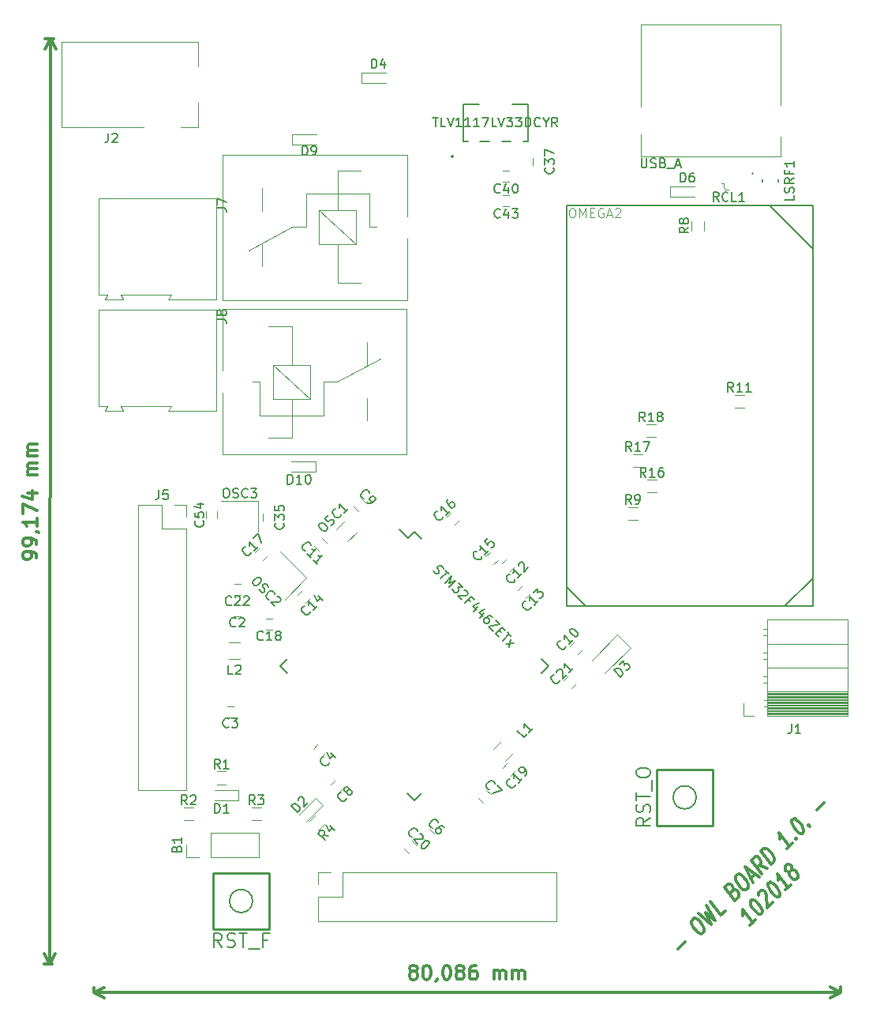
<source format=gbr>
G04 #@! TF.GenerationSoftware,KiCad,Pcbnew,5.0.0-fee4fd1~66~ubuntu16.04.1*
G04 #@! TF.CreationDate,2018-10-21T13:34:44-05:00*
G04 #@! TF.ProjectId,design_emb,64657369676E5F656D622E6B69636164,rev?*
G04 #@! TF.SameCoordinates,Original*
G04 #@! TF.FileFunction,Legend,Top*
G04 #@! TF.FilePolarity,Positive*
%FSLAX46Y46*%
G04 Gerber Fmt 4.6, Leading zero omitted, Abs format (unit mm)*
G04 Created by KiCad (PCBNEW 5.0.0-fee4fd1~66~ubuntu16.04.1) date Sun Oct 21 13:34:44 2018*
%MOMM*%
%LPD*%
G01*
G04 APERTURE LIST*
%ADD10C,0.300000*%
%ADD11C,0.120000*%
%ADD12C,0.127000*%
%ADD13C,0.254000*%
%ADD14C,0.152400*%
%ADD15C,0.150000*%
%ADD16C,0.100000*%
G04 APERTURE END LIST*
D10*
X174016563Y-141861443D02*
X174770811Y-141107196D01*
X175495595Y-138806573D02*
X175684157Y-138618012D01*
X175831471Y-138591916D01*
X176031818Y-138634006D01*
X176291090Y-138859606D01*
X176662321Y-139336903D01*
X176827313Y-139656785D01*
X176839098Y-139887437D01*
X176797850Y-140049903D01*
X176609288Y-140238465D01*
X176461974Y-140264560D01*
X176261628Y-140222470D01*
X176002355Y-139996870D01*
X175631124Y-139519573D01*
X175466132Y-139199691D01*
X175454347Y-138969040D01*
X175495595Y-138806573D01*
X176249842Y-138052326D02*
X177599238Y-139248515D01*
X176992305Y-138037174D01*
X177976361Y-138871391D01*
X177098371Y-137203798D01*
X179060592Y-137787161D02*
X178589187Y-138258566D01*
X177475494Y-136826674D01*
X179891442Y-135622909D02*
X180085897Y-135549673D01*
X180186070Y-135570718D01*
X180339277Y-135659948D01*
X180498376Y-135864504D01*
X180557301Y-136048015D01*
X180563194Y-136163341D01*
X180521946Y-136325807D01*
X180144822Y-136702931D01*
X179031129Y-135271039D01*
X179361112Y-134941056D01*
X179508426Y-134914961D01*
X179608600Y-134936005D01*
X179761806Y-135025236D01*
X179867872Y-135161606D01*
X179926798Y-135345117D01*
X179932690Y-135460443D01*
X179891442Y-135622909D01*
X179561459Y-135952892D01*
X180209640Y-134092528D02*
X180398202Y-133903966D01*
X180545516Y-133877871D01*
X180745863Y-133919960D01*
X181005136Y-134145561D01*
X181376367Y-134622858D01*
X181541358Y-134942740D01*
X181553143Y-135173391D01*
X181511895Y-135335858D01*
X181323334Y-135524419D01*
X181176020Y-135550515D01*
X180975673Y-135508425D01*
X180716400Y-135282825D01*
X180345169Y-134805527D01*
X180180178Y-134485646D01*
X180168392Y-134254994D01*
X180209640Y-134092528D01*
X181806523Y-134313920D02*
X182277928Y-133842515D01*
X182030440Y-134817313D02*
X181246730Y-133055438D01*
X182690407Y-134157346D01*
X183586075Y-133261678D02*
X182725762Y-132909808D01*
X183020390Y-133827363D02*
X181906697Y-132395472D01*
X182283820Y-132018348D01*
X182431134Y-131992253D01*
X182531308Y-132013297D01*
X182684514Y-132102528D01*
X182843613Y-132307083D01*
X182902539Y-132490595D01*
X182908431Y-132605920D01*
X182867183Y-132768386D01*
X182490060Y-133145510D01*
X184010339Y-132837414D02*
X182896646Y-131405522D01*
X183132348Y-131169820D01*
X183326803Y-131096584D01*
X183527150Y-131138674D01*
X183680356Y-131227904D01*
X183939629Y-131453505D01*
X184098728Y-131658060D01*
X184263719Y-131977942D01*
X184322645Y-132161453D01*
X184334430Y-132392105D01*
X184246042Y-132601711D01*
X184010339Y-132837414D01*
X186273081Y-130574672D02*
X185707396Y-131140357D01*
X185990238Y-130857515D02*
X184876545Y-129425623D01*
X184941363Y-129724460D01*
X184953148Y-129955112D01*
X184911900Y-130117578D01*
X186591279Y-130014037D02*
X186691453Y-130035082D01*
X186697345Y-130150408D01*
X186597172Y-130129363D01*
X186591279Y-130014037D01*
X186697345Y-130150408D01*
X186243618Y-128058550D02*
X186337899Y-127964269D01*
X186485213Y-127938174D01*
X186585387Y-127959219D01*
X186738593Y-128048449D01*
X186997865Y-128274049D01*
X187263031Y-128614976D01*
X187428022Y-128934858D01*
X187486948Y-129118369D01*
X187492840Y-129233694D01*
X187451592Y-129396161D01*
X187357311Y-129490441D01*
X187209998Y-129516537D01*
X187109824Y-129495492D01*
X186956618Y-129406262D01*
X186697345Y-129180661D01*
X186432180Y-128839735D01*
X186267188Y-128519853D01*
X186208263Y-128336342D01*
X186202370Y-128221016D01*
X186243618Y-128058550D01*
X188005493Y-128599824D02*
X188105666Y-128620868D01*
X188111559Y-128736194D01*
X188011385Y-128715149D01*
X188005493Y-128599824D01*
X188111559Y-128736194D01*
X188912946Y-126965060D02*
X189667194Y-126210813D01*
X182313283Y-138777110D02*
X181747597Y-139342796D01*
X182030440Y-139059953D02*
X180916747Y-137628062D01*
X180981565Y-137926898D01*
X180993350Y-138157550D01*
X180952102Y-138320016D01*
X181812415Y-136732393D02*
X181906696Y-136638112D01*
X182054010Y-136612017D01*
X182154184Y-136633061D01*
X182307390Y-136722292D01*
X182566663Y-136947892D01*
X182831828Y-137288819D01*
X182996819Y-137608700D01*
X183055745Y-137792211D01*
X183061637Y-137907537D01*
X183020389Y-138070003D01*
X182926109Y-138164284D01*
X182778795Y-138190380D01*
X182678621Y-138169335D01*
X182525415Y-138080105D01*
X182266142Y-137854504D01*
X182000977Y-137513578D01*
X181835986Y-137193696D01*
X181777060Y-137010185D01*
X181771168Y-136894859D01*
X181812415Y-136732393D01*
X182625588Y-136161657D02*
X182619696Y-136046331D01*
X182660944Y-135883865D01*
X182896646Y-135648163D01*
X183043960Y-135622067D01*
X183144133Y-135643112D01*
X183297340Y-135732342D01*
X183403406Y-135868713D01*
X183515364Y-136120409D01*
X183586075Y-137504318D01*
X184198901Y-136891492D01*
X183698033Y-134846775D02*
X183792314Y-134752494D01*
X183939628Y-134726398D01*
X184039802Y-134747443D01*
X184193008Y-134836673D01*
X184452281Y-135062274D01*
X184717446Y-135403201D01*
X184882437Y-135723082D01*
X184941363Y-135906593D01*
X184947255Y-136021919D01*
X184906008Y-136184385D01*
X184811727Y-136278666D01*
X184664413Y-136304762D01*
X184564239Y-136283717D01*
X184411033Y-136194487D01*
X184151760Y-135968886D01*
X183886595Y-135627960D01*
X183721604Y-135308078D01*
X183662678Y-135124567D01*
X183656786Y-135009241D01*
X183698033Y-134846775D01*
X186084519Y-135005874D02*
X185518833Y-135571559D01*
X185801676Y-135288717D02*
X184687983Y-133856826D01*
X184752801Y-134155662D01*
X184764586Y-134386314D01*
X184723338Y-134548780D01*
X186013808Y-133621965D02*
X185866494Y-133648061D01*
X185766321Y-133627016D01*
X185613114Y-133537786D01*
X185560081Y-133469600D01*
X185501156Y-133286089D01*
X185495263Y-133170764D01*
X185536511Y-133008297D01*
X185725073Y-132819736D01*
X185872387Y-132793640D01*
X185972560Y-132814685D01*
X186125767Y-132903915D01*
X186178800Y-132972100D01*
X186237725Y-133155611D01*
X186243618Y-133270937D01*
X186202370Y-133433403D01*
X186013808Y-133621965D01*
X185972560Y-133784431D01*
X185978453Y-133899757D01*
X186037378Y-134083268D01*
X186249510Y-134356009D01*
X186402717Y-134445239D01*
X186502890Y-134466284D01*
X186650204Y-134440189D01*
X186838766Y-134251627D01*
X186880014Y-134089161D01*
X186874121Y-133973835D01*
X186815196Y-133790324D01*
X186603064Y-133517583D01*
X186449857Y-133428352D01*
X186349684Y-133407308D01*
X186202370Y-133433403D01*
X105215631Y-100011185D02*
X105215960Y-99725471D01*
X105144696Y-99582532D01*
X105073350Y-99511021D01*
X104859229Y-99367917D01*
X104573598Y-99296159D01*
X104002169Y-99295500D01*
X103859230Y-99366764D01*
X103787719Y-99438110D01*
X103716126Y-99580885D01*
X103715797Y-99866599D01*
X103787061Y-100009539D01*
X103858407Y-100081049D01*
X104001182Y-100152643D01*
X104358324Y-100153054D01*
X104501263Y-100081790D01*
X104572774Y-100010444D01*
X104644368Y-99867669D01*
X104644697Y-99581955D01*
X104573433Y-99439016D01*
X104502087Y-99367505D01*
X104359312Y-99295912D01*
X105217278Y-98582615D02*
X105217607Y-98296901D01*
X105146343Y-98153961D01*
X105074997Y-98082450D01*
X104860876Y-97939346D01*
X104575244Y-97867588D01*
X104003816Y-97866930D01*
X103860876Y-97938194D01*
X103789366Y-98009540D01*
X103717772Y-98152315D01*
X103717443Y-98438029D01*
X103788707Y-98580968D01*
X103860053Y-98652479D01*
X104002828Y-98724072D01*
X104359971Y-98724484D01*
X104502910Y-98653220D01*
X104574421Y-98581874D01*
X104646014Y-98439099D01*
X104646343Y-98153385D01*
X104575079Y-98010446D01*
X104503733Y-97938935D01*
X104360958Y-97867342D01*
X105147495Y-97153962D02*
X105218924Y-97154044D01*
X105361699Y-97225637D01*
X105433045Y-97297148D01*
X105220570Y-95725474D02*
X105219583Y-96582616D01*
X105220076Y-96154045D02*
X103720077Y-96152316D01*
X103934198Y-96295420D01*
X104076891Y-96438442D01*
X104148155Y-96581381D01*
X103721148Y-95223745D02*
X103722300Y-94223746D01*
X105221558Y-94868331D01*
X104223699Y-93010037D02*
X105223699Y-93011190D01*
X103651860Y-93366521D02*
X104722876Y-93724899D01*
X104723946Y-92796328D01*
X105225921Y-91082620D02*
X104225922Y-91081467D01*
X104368779Y-91081632D02*
X104297433Y-91010121D01*
X104226169Y-90867182D01*
X104226416Y-90652896D01*
X104298009Y-90510121D01*
X104440949Y-90438857D01*
X105226662Y-90439763D01*
X104440949Y-90438857D02*
X104298174Y-90367264D01*
X104226910Y-90224325D01*
X104227157Y-90010039D01*
X104298750Y-89867265D01*
X104441689Y-89796001D01*
X105227403Y-89796906D01*
X105228226Y-89082621D02*
X104228227Y-89081468D01*
X104371084Y-89081633D02*
X104299738Y-89010122D01*
X104228474Y-88867183D01*
X104228721Y-88652897D01*
X104300314Y-88510123D01*
X104443254Y-88438859D01*
X105228967Y-88439764D01*
X104443254Y-88438859D02*
X104300479Y-88367265D01*
X104229215Y-88224326D01*
X104229462Y-88010041D01*
X104301055Y-87867266D01*
X104443994Y-87796002D01*
X105229708Y-87796908D01*
X106586907Y-143528549D02*
X106701207Y-44354249D01*
X106885164Y-143528893D02*
X106000487Y-143527873D01*
X106999464Y-44354593D02*
X106114787Y-44353573D01*
X106701207Y-44354249D02*
X107286329Y-45481428D01*
X106701207Y-44354249D02*
X106113488Y-45480076D01*
X106586907Y-143528549D02*
X107174626Y-142402722D01*
X106586907Y-143528549D02*
X106001785Y-142401370D01*
X145483755Y-144294095D02*
X145340875Y-144222712D01*
X145269424Y-144151306D01*
X145197950Y-144008472D01*
X145197927Y-143937043D01*
X145269310Y-143794163D01*
X145340716Y-143722712D01*
X145483551Y-143651238D01*
X145769265Y-143651148D01*
X145912145Y-143722531D01*
X145983596Y-143793937D01*
X146055070Y-143936771D01*
X146055093Y-144008200D01*
X145983709Y-144151080D01*
X145912303Y-144222531D01*
X145769469Y-144294005D01*
X145483755Y-144294095D01*
X145340920Y-144365569D01*
X145269514Y-144437020D01*
X145198131Y-144579900D01*
X145198222Y-144865615D01*
X145269696Y-145008449D01*
X145341147Y-145079855D01*
X145484027Y-145151238D01*
X145769741Y-145151148D01*
X145912575Y-145079674D01*
X145983981Y-145008222D01*
X146055365Y-144865343D01*
X146055274Y-144579628D01*
X145983800Y-144436794D01*
X145912349Y-144365388D01*
X145769469Y-144294005D01*
X146983551Y-143650763D02*
X147126408Y-143650717D01*
X147269288Y-143722100D01*
X147340739Y-143793506D01*
X147412213Y-143936341D01*
X147483732Y-144222032D01*
X147483845Y-144579175D01*
X147412507Y-144864912D01*
X147341124Y-145007792D01*
X147269718Y-145079243D01*
X147126884Y-145150717D01*
X146984027Y-145150762D01*
X146841147Y-145079379D01*
X146769695Y-145007973D01*
X146698222Y-144865139D01*
X146626702Y-144579447D01*
X146626589Y-144222304D01*
X146697927Y-143936567D01*
X146769310Y-143793688D01*
X146840716Y-143722236D01*
X146983551Y-143650763D01*
X148198290Y-145078949D02*
X148198312Y-145150377D01*
X148126929Y-145293257D01*
X148055523Y-145364708D01*
X149126408Y-143650083D02*
X149269265Y-143650038D01*
X149412145Y-143721421D01*
X149483596Y-143792827D01*
X149555070Y-143935661D01*
X149626589Y-144221353D01*
X149626702Y-144578496D01*
X149555364Y-144864233D01*
X149483981Y-145007112D01*
X149412575Y-145078564D01*
X149269741Y-145150038D01*
X149126884Y-145150083D01*
X148984004Y-145078700D01*
X148912553Y-145007294D01*
X148841079Y-144864459D01*
X148769559Y-144578768D01*
X148769446Y-144221625D01*
X148840784Y-143935888D01*
X148912167Y-143793008D01*
X148983573Y-143721557D01*
X149126408Y-143650083D01*
X150483754Y-144292510D02*
X150340875Y-144221126D01*
X150269423Y-144149720D01*
X150197950Y-144006886D01*
X150197927Y-143935457D01*
X150269310Y-143792578D01*
X150340716Y-143721126D01*
X150483551Y-143649652D01*
X150769265Y-143649562D01*
X150912145Y-143720945D01*
X150983596Y-143792351D01*
X151055070Y-143935186D01*
X151055092Y-144006614D01*
X150983709Y-144149494D01*
X150912303Y-144220945D01*
X150769469Y-144292419D01*
X150483754Y-144292510D01*
X150340920Y-144363983D01*
X150269514Y-144435435D01*
X150198131Y-144578314D01*
X150198221Y-144864029D01*
X150269695Y-145006863D01*
X150341147Y-145078269D01*
X150484026Y-145149652D01*
X150769741Y-145149562D01*
X150912575Y-145078088D01*
X150983981Y-145006637D01*
X151055364Y-144863757D01*
X151055274Y-144578043D01*
X150983800Y-144435208D01*
X150912349Y-144363802D01*
X150769469Y-144292419D01*
X152340693Y-143649063D02*
X152054979Y-143649154D01*
X151912145Y-143720628D01*
X151840739Y-143792079D01*
X151697950Y-144006410D01*
X151626612Y-144292147D01*
X151626793Y-144863576D01*
X151698267Y-145006410D01*
X151769718Y-145077816D01*
X151912598Y-145149199D01*
X152198312Y-145149109D01*
X152341146Y-145077635D01*
X152412552Y-145006184D01*
X152483936Y-144863304D01*
X152483822Y-144506161D01*
X152412348Y-144363326D01*
X152340897Y-144291921D01*
X152198017Y-144220537D01*
X151912303Y-144220628D01*
X151769469Y-144292102D01*
X151698063Y-144363553D01*
X151626680Y-144506433D01*
X154269740Y-145148452D02*
X154269423Y-144148452D01*
X154269469Y-144291309D02*
X154340874Y-144219858D01*
X154483709Y-144148384D01*
X154697995Y-144148316D01*
X154840874Y-144219699D01*
X154912348Y-144362534D01*
X154912598Y-145148248D01*
X154912348Y-144362534D02*
X154983732Y-144219654D01*
X155126566Y-144148180D01*
X155340852Y-144148112D01*
X155483732Y-144219495D01*
X155555205Y-144362330D01*
X155555455Y-145148044D01*
X156269740Y-145147817D02*
X156269423Y-144147817D01*
X156269468Y-144290675D02*
X156340874Y-144219223D01*
X156483709Y-144147749D01*
X156697995Y-144147682D01*
X156840874Y-144219065D01*
X156912348Y-144361899D01*
X156912597Y-145147614D01*
X156912348Y-144361899D02*
X156983732Y-144219019D01*
X157126566Y-144147546D01*
X157340852Y-144147478D01*
X157483731Y-144218861D01*
X157555205Y-144361695D01*
X157555455Y-145147410D01*
X191456149Y-146558087D02*
X111369949Y-146583487D01*
X191456149Y-146558087D02*
X191455963Y-145971666D01*
X111369949Y-146583487D02*
X111369763Y-145997066D01*
X111369949Y-146583487D02*
X112496267Y-145996709D01*
X111369949Y-146583487D02*
X112496639Y-147169550D01*
X191456149Y-146558087D02*
X190329459Y-145972024D01*
X191456149Y-146558087D02*
X190329831Y-147144865D01*
D11*
G04 #@! TO.C,OSC1*
X137328867Y-96955196D02*
X138283462Y-96000601D01*
X138566304Y-98192633D02*
X139520899Y-97238038D01*
D12*
G04 #@! TO.C,RST_O*
X175962283Y-125653800D02*
G75*
G03X175962283Y-125653800I-1235683J0D01*
G01*
D13*
X177726340Y-128653540D02*
X171726860Y-128653540D01*
X177726340Y-122654060D02*
X177726340Y-128653540D01*
X171726860Y-122654060D02*
X177726340Y-122654060D01*
X171726860Y-128653540D02*
X171726860Y-122654060D01*
D12*
G04 #@! TO.C,RST_F*
X128375383Y-136753600D02*
G75*
G03X128375383Y-136753600I-1235683J0D01*
G01*
D13*
X124139960Y-139753340D02*
X124139960Y-133753860D01*
X130139440Y-139753340D02*
X124139960Y-139753340D01*
X130139440Y-133753860D02*
X130139440Y-139753340D01*
X124139960Y-133753860D02*
X130139440Y-133753860D01*
D11*
G04 #@! TO.C,C16*
X150531751Y-95947477D02*
X150036777Y-96442451D01*
X149188249Y-95593923D02*
X149683223Y-95098949D01*
G04 #@! TO.C,C18*
X129786900Y-106524500D02*
X130486900Y-106524500D01*
X130486900Y-107724500D02*
X129786900Y-107724500D01*
G04 #@! TO.C,C20*
X145111223Y-131608751D02*
X144616249Y-131113777D01*
X145464777Y-130265249D02*
X145959751Y-130760223D01*
G04 #@! TO.C,C2*
X127083300Y-106276700D02*
X126383300Y-106276700D01*
X126383300Y-105076700D02*
X127083300Y-105076700D01*
G04 #@! TO.C,C3*
X125634001Y-115859000D02*
X126333999Y-115859000D01*
X126333999Y-117059000D02*
X125634001Y-117059000D01*
G04 #@! TO.C,C4*
X136206151Y-120852177D02*
X135711177Y-121347151D01*
X134862649Y-120498623D02*
X135357623Y-120003649D01*
G04 #@! TO.C,C6*
X147369777Y-128995249D02*
X147864751Y-129490223D01*
X147016223Y-130338751D02*
X146521249Y-129843777D01*
G04 #@! TO.C,C7*
X153074123Y-126185851D02*
X152579149Y-125690877D01*
X153427677Y-124842349D02*
X153922651Y-125337323D01*
G04 #@! TO.C,C8*
X136742249Y-124283223D02*
X137237223Y-123788249D01*
X138085751Y-124636777D02*
X137590777Y-125131751D01*
G04 #@! TO.C,C9*
X139713723Y-94969251D02*
X139218749Y-94474277D01*
X140067277Y-93625749D02*
X140562251Y-94120723D01*
G04 #@! TO.C,C10*
X162396249Y-109424223D02*
X162891223Y-108929249D01*
X163739751Y-109777777D02*
X163244777Y-110272751D01*
G04 #@! TO.C,C11*
X135812777Y-97880249D02*
X136307751Y-98375223D01*
X135459223Y-99223751D02*
X134964249Y-98728777D01*
G04 #@! TO.C,C12*
X156500751Y-100887777D02*
X156005777Y-101382751D01*
X155157249Y-100534223D02*
X155652223Y-100039249D01*
G04 #@! TO.C,C13*
X156859049Y-103442523D02*
X157354023Y-102947549D01*
X158202551Y-103796077D02*
X157707577Y-104291051D01*
G04 #@! TO.C,C14*
X134529751Y-104316777D02*
X134034777Y-104811751D01*
X133186249Y-103963223D02*
X133681223Y-103468249D01*
G04 #@! TO.C,C15*
X153379249Y-99848423D02*
X153874223Y-99353449D01*
X154722751Y-100201977D02*
X154227777Y-100696951D01*
G04 #@! TO.C,C17*
X129957751Y-99744777D02*
X129462777Y-100239751D01*
X128614249Y-99391223D02*
X129109223Y-98896249D01*
G04 #@! TO.C,C19*
X155182649Y-122505223D02*
X155677623Y-122010249D01*
X156526151Y-122858777D02*
X156031177Y-123353751D01*
G04 #@! TO.C,C21*
X161723149Y-113107223D02*
X162218123Y-112612249D01*
X163066651Y-113460777D02*
X162571677Y-113955751D01*
G04 #@! TO.C,C22*
X127095999Y-103978000D02*
X126396001Y-103978000D01*
X126396001Y-102778000D02*
X127095999Y-102778000D01*
G04 #@! TO.C,C37*
X159604000Y-57181000D02*
X159604000Y-57881000D01*
X158404000Y-57881000D02*
X158404000Y-57181000D01*
G04 #@! TO.C,C40*
X155925000Y-59655000D02*
X155225000Y-59655000D01*
X155225000Y-58455000D02*
X155925000Y-58455000D01*
G04 #@! TO.C,C43*
X155925000Y-62322000D02*
X155225000Y-62322000D01*
X155225000Y-61122000D02*
X155925000Y-61122000D01*
G04 #@! TO.C,D1*
X126869600Y-125962500D02*
X126869600Y-124862500D01*
X126869600Y-124862500D02*
X124269600Y-124862500D01*
X126869600Y-125962500D02*
X124269600Y-125962500D01*
G04 #@! TO.C,D2*
X135951501Y-126459017D02*
X134113023Y-128297494D01*
X135173683Y-125681199D02*
X133335206Y-127519677D01*
X135951501Y-126459017D02*
X135173683Y-125681199D01*
G04 #@! TO.C,D4*
X140059000Y-47964000D02*
X140059000Y-49064000D01*
X140059000Y-49064000D02*
X142659000Y-49064000D01*
X140059000Y-47964000D02*
X142659000Y-47964000D01*
G04 #@! TO.C,D6*
X173206000Y-60156000D02*
X175806000Y-60156000D01*
X173206000Y-61256000D02*
X175806000Y-61256000D01*
X173206000Y-60156000D02*
X173206000Y-61256000D01*
G04 #@! TO.C,D9*
X132650000Y-54568000D02*
X132650000Y-55668000D01*
X132650000Y-55668000D02*
X135250000Y-55668000D01*
X132650000Y-54568000D02*
X135250000Y-54568000D01*
G04 #@! TO.C,D10*
X135150000Y-90720000D02*
X132550000Y-90720000D01*
X135150000Y-89620000D02*
X132550000Y-89620000D01*
X135150000Y-90720000D02*
X135150000Y-89620000D01*
G04 #@! TO.C,J2*
X122566000Y-44676000D02*
X122566000Y-47276000D01*
X107866000Y-44676000D02*
X122566000Y-44676000D01*
X122566000Y-53876000D02*
X120666000Y-53876000D01*
X122566000Y-51176000D02*
X122566000Y-53876000D01*
X107866000Y-53876000D02*
X107866000Y-44676000D01*
X116666000Y-53876000D02*
X107866000Y-53876000D01*
G04 #@! TO.C,USB_A*
X185003900Y-51441100D02*
X185003900Y-42841100D01*
X170013900Y-51641100D02*
X170013900Y-42841100D01*
X170013900Y-42841100D02*
X185003900Y-42841100D01*
X170013900Y-56931100D02*
X185003900Y-56931100D01*
X185003900Y-56931100D02*
X185003900Y-54811100D01*
X170013900Y-56931100D02*
X170013900Y-54601100D01*
G04 #@! TO.C,J6*
X135439057Y-133712522D02*
X135439057Y-134982522D01*
X136769057Y-133712522D02*
X135439057Y-133712522D01*
X138039057Y-136312522D02*
X138039057Y-133712522D01*
X135439057Y-136312522D02*
X138039057Y-136312522D01*
X135439057Y-138912522D02*
X135439057Y-136312522D01*
X160959057Y-138912522D02*
X135439057Y-138912522D01*
X160959057Y-133712522D02*
X160959057Y-138912522D01*
X138039057Y-133712522D02*
X160959057Y-133712522D01*
G04 #@! TO.C,J7*
X124443027Y-61421500D02*
X111843027Y-61421500D01*
X111843027Y-61421500D02*
X111843027Y-71771500D01*
X111843027Y-71771500D02*
X112793027Y-71771500D01*
X112793027Y-71771500D02*
X112543027Y-72271500D01*
X112543027Y-72271500D02*
X114443027Y-72271500D01*
X114443027Y-72271500D02*
X114493027Y-72271500D01*
X114493027Y-72271500D02*
X114243027Y-71771500D01*
X114243027Y-71771500D02*
X119643027Y-71771500D01*
X119643027Y-71771500D02*
X119343027Y-72271500D01*
X119343027Y-72271500D02*
X124443027Y-72271500D01*
X124443027Y-72271500D02*
X124443027Y-61421500D01*
G04 #@! TO.C,J8*
X124443027Y-84209500D02*
X124443027Y-73359500D01*
X119343027Y-84209500D02*
X124443027Y-84209500D01*
X119643027Y-83709500D02*
X119343027Y-84209500D01*
X114243027Y-83709500D02*
X119643027Y-83709500D01*
X114493027Y-84209500D02*
X114243027Y-83709500D01*
X114443027Y-84209500D02*
X114493027Y-84209500D01*
X112543027Y-84209500D02*
X114443027Y-84209500D01*
X112793027Y-83709500D02*
X112543027Y-84209500D01*
X111843027Y-83709500D02*
X112793027Y-83709500D01*
X111843027Y-73359500D02*
X111843027Y-83709500D01*
X124443027Y-73359500D02*
X111843027Y-73359500D01*
G04 #@! TO.C,L1*
X156278618Y-120886090D02*
X155430090Y-121734618D01*
X154185582Y-120490110D02*
X155034110Y-119641582D01*
G04 #@! TO.C,L2*
X127024700Y-110785800D02*
X125824700Y-110785800D01*
X125824700Y-109025800D02*
X127024700Y-109025800D01*
D14*
G04 #@! TO.C,LSRF1*
X184721500Y-59674760D02*
X184721500Y-59451240D01*
X183070500Y-59451240D02*
X183070500Y-59674760D01*
X182092600Y-58788300D02*
G75*
G03X182092600Y-58788300I-76200J0D01*
G01*
D11*
G04 #@! TO.C,OSC2*
X134152940Y-102101487D02*
X131324513Y-99273060D01*
X131819487Y-104434940D02*
X134152940Y-102101487D01*
G04 #@! TO.C,R1*
X125531500Y-124238300D02*
X124531500Y-124238300D01*
X124531500Y-122878300D02*
X125531500Y-122878300D01*
G04 #@! TO.C,R2*
X122000900Y-128099100D02*
X121000900Y-128099100D01*
X121000900Y-126739100D02*
X122000900Y-126739100D01*
G04 #@! TO.C,R3*
X129290700Y-128086400D02*
X128290700Y-128086400D01*
X128290700Y-126726400D02*
X129290700Y-126726400D01*
G04 #@! TO.C,R4*
X136140186Y-128460779D02*
X135433079Y-129167886D01*
X134471414Y-128206221D02*
X135178521Y-127499114D01*
G04 #@! TO.C,R8*
X176829000Y-63889000D02*
X176829000Y-64889000D01*
X175469000Y-64889000D02*
X175469000Y-63889000D01*
G04 #@! TO.C,R9*
X168656200Y-94531900D02*
X169656200Y-94531900D01*
X169656200Y-95891900D02*
X168656200Y-95891900D01*
G04 #@! TO.C,R11*
X180094000Y-82505000D02*
X181094000Y-82505000D01*
X181094000Y-83865000D02*
X180094000Y-83865000D01*
D15*
G04 #@! TO.C,STM32F446ZETx*
X145058528Y-97860028D02*
X144139289Y-96940789D01*
X160137580Y-111560222D02*
X159395118Y-110817760D01*
X145747957Y-125949845D02*
X145005495Y-125207383D01*
X131358334Y-111560222D02*
X132100796Y-112302684D01*
X145747957Y-97170599D02*
X146490419Y-97913061D01*
X131358334Y-111560222D02*
X132100796Y-110817760D01*
X145747957Y-125949845D02*
X146490419Y-125207383D01*
X160137580Y-111560222D02*
X159395118Y-112302684D01*
X145747957Y-97170599D02*
X145058528Y-97860028D01*
D14*
G04 #@! TO.C,U5*
X150952200Y-55321200D02*
X151461158Y-55321200D01*
X157911800Y-55321200D02*
X157911800Y-51358800D01*
X157911800Y-51358800D02*
X156221742Y-51358800D01*
X150952200Y-51358800D02*
X150952200Y-55321200D01*
X152780042Y-55321200D02*
X153772558Y-55321200D01*
X155091442Y-55321200D02*
X156083958Y-55321200D01*
X157402842Y-55321200D02*
X157911800Y-55321200D01*
X152642258Y-51358800D02*
X150952200Y-51358800D01*
X149936200Y-56984900D02*
G75*
G03X149936200Y-56984900I-127000J0D01*
G01*
D15*
G04 #@! TO.C,OMEGA2*
X188468000Y-62250000D02*
X162068000Y-62250000D01*
X188468000Y-105150000D02*
X188468000Y-62250000D01*
X187468000Y-105150000D02*
X188468000Y-105150000D01*
X162068000Y-105150000D02*
X187468000Y-105150000D01*
X162068000Y-99850000D02*
X162068000Y-105150000D01*
X162068000Y-62250000D02*
X162068000Y-99850000D01*
X164068000Y-105150000D02*
X162068000Y-103150000D01*
X185468000Y-105150000D02*
X188468000Y-102150000D01*
X188468000Y-66850000D02*
X183868000Y-62250000D01*
D16*
G04 #@! TO.C,RCL1*
X179401240Y-60488000D02*
X179101240Y-60488000D01*
X179101240Y-60488000D02*
X178901240Y-60288000D01*
X178901240Y-60288000D02*
X178901240Y-59838000D01*
X178901240Y-59838000D02*
X178701240Y-59838000D01*
D11*
G04 #@! TO.C,K1*
X135493027Y-62729500D02*
X139493027Y-62729500D01*
X135493027Y-66329500D02*
X135493027Y-62729500D01*
X139493027Y-66329500D02*
X135493027Y-66329500D01*
X139493027Y-62729500D02*
X139493027Y-66329500D01*
X135493027Y-62729500D02*
X139493027Y-66329500D01*
X137493027Y-62729500D02*
X137493027Y-58529500D01*
X137493027Y-70529500D02*
X137493027Y-66329500D01*
X140893027Y-64529500D02*
X140893027Y-60929500D01*
X134093027Y-64529500D02*
X134093027Y-60929500D01*
X134093027Y-60929500D02*
X140893027Y-60929500D01*
X132593027Y-64529500D02*
X127993027Y-67029500D01*
X134093027Y-64529500D02*
X132593027Y-64529500D01*
X137493027Y-70529500D02*
X139993027Y-70529500D01*
X140893027Y-64529500D02*
X141693027Y-64529500D01*
X139993027Y-58529500D02*
X137493027Y-58529500D01*
X129393027Y-68779500D02*
X129393027Y-66279500D01*
X129393027Y-60379500D02*
X129393027Y-62829500D01*
X125143027Y-56779500D02*
X144943027Y-56779500D01*
X125143027Y-72379500D02*
X125143027Y-56779500D01*
X144943027Y-72379500D02*
X125143027Y-72379500D01*
X144943027Y-72379500D02*
X144943027Y-65779500D01*
X144943027Y-63379500D02*
X144943027Y-56779500D01*
G04 #@! TO.C,K2*
X125125027Y-82289500D02*
X125125027Y-88889500D01*
X125125027Y-73289500D02*
X125125027Y-79889500D01*
X125125027Y-73289500D02*
X144925027Y-73289500D01*
X144925027Y-73289500D02*
X144925027Y-88889500D01*
X144925027Y-88889500D02*
X125125027Y-88889500D01*
X140675027Y-85289500D02*
X140675027Y-82839500D01*
X140675027Y-76889500D02*
X140675027Y-79389500D01*
X130075027Y-87139500D02*
X132575027Y-87139500D01*
X129175027Y-81139500D02*
X128375027Y-81139500D01*
X132575027Y-75139500D02*
X130075027Y-75139500D01*
X135975027Y-81139500D02*
X137475027Y-81139500D01*
X137475027Y-81139500D02*
X142075027Y-78639500D01*
X135975027Y-84739500D02*
X129175027Y-84739500D01*
X135975027Y-81139500D02*
X135975027Y-84739500D01*
X129175027Y-81139500D02*
X129175027Y-84739500D01*
X132575027Y-75139500D02*
X132575027Y-79339500D01*
X132575027Y-82939500D02*
X132575027Y-87139500D01*
X134575027Y-82939500D02*
X130575027Y-79339500D01*
X130575027Y-82939500D02*
X130575027Y-79339500D01*
X130575027Y-79339500D02*
X134575027Y-79339500D01*
X134575027Y-79339500D02*
X134575027Y-82939500D01*
X134575027Y-82939500D02*
X130575027Y-82939500D01*
G04 #@! TO.C,R16*
X170708700Y-91623600D02*
X171708700Y-91623600D01*
X171708700Y-92983600D02*
X170708700Y-92983600D01*
G04 #@! TO.C,R17*
X169172000Y-88855000D02*
X170172000Y-88855000D01*
X170172000Y-90215000D02*
X169172000Y-90215000D01*
G04 #@! TO.C,R18*
X171607100Y-87040000D02*
X170607100Y-87040000D01*
X170607100Y-85680000D02*
X171607100Y-85680000D01*
G04 #@! TO.C,B1*
X121288500Y-132063800D02*
X121288500Y-130733800D01*
X122618500Y-132063800D02*
X121288500Y-132063800D01*
X123888500Y-132063800D02*
X123888500Y-129403800D01*
X123888500Y-129403800D02*
X129028500Y-129403800D01*
X123888500Y-132063800D02*
X129028500Y-132063800D01*
X129028500Y-132063800D02*
X129028500Y-129403800D01*
G04 #@! TO.C,J1*
X192208000Y-116780000D02*
X183578000Y-116780000D01*
X192208000Y-116661905D02*
X183578000Y-116661905D01*
X192208000Y-116543810D02*
X183578000Y-116543810D01*
X192208000Y-116425715D02*
X183578000Y-116425715D01*
X192208000Y-116307620D02*
X183578000Y-116307620D01*
X192208000Y-116189525D02*
X183578000Y-116189525D01*
X192208000Y-116071430D02*
X183578000Y-116071430D01*
X192208000Y-115953335D02*
X183578000Y-115953335D01*
X192208000Y-115835240D02*
X183578000Y-115835240D01*
X192208000Y-115717145D02*
X183578000Y-115717145D01*
X192208000Y-115599050D02*
X183578000Y-115599050D01*
X192208000Y-115480955D02*
X183578000Y-115480955D01*
X192208000Y-115362860D02*
X183578000Y-115362860D01*
X192208000Y-115244765D02*
X183578000Y-115244765D01*
X192208000Y-115126670D02*
X183578000Y-115126670D01*
X192208000Y-115008575D02*
X183578000Y-115008575D01*
X192208000Y-114890480D02*
X183578000Y-114890480D01*
X192208000Y-114772385D02*
X183578000Y-114772385D01*
X192208000Y-114654290D02*
X183578000Y-114654290D01*
X192208000Y-114536195D02*
X183578000Y-114536195D01*
X192208000Y-114418100D02*
X183578000Y-114418100D01*
X183578000Y-115930000D02*
X183228000Y-115930000D01*
X183578000Y-115210000D02*
X183228000Y-115210000D01*
X183578000Y-113390000D02*
X183168000Y-113390000D01*
X183578000Y-112670000D02*
X183168000Y-112670000D01*
X183578000Y-110850000D02*
X183168000Y-110850000D01*
X183578000Y-110130000D02*
X183168000Y-110130000D01*
X183578000Y-108310000D02*
X183168000Y-108310000D01*
X183578000Y-107590000D02*
X183168000Y-107590000D01*
X192208000Y-114300000D02*
X183578000Y-114300000D01*
X192208000Y-111760000D02*
X183578000Y-111760000D01*
X192208000Y-109220000D02*
X183578000Y-109220000D01*
X192208000Y-116900000D02*
X183578000Y-116900000D01*
X183578000Y-116900000D02*
X183578000Y-106620000D01*
X192208000Y-106620000D02*
X183578000Y-106620000D01*
X192208000Y-116900000D02*
X192208000Y-106620000D01*
X181008000Y-116900000D02*
X181008000Y-115570000D01*
X182118000Y-116900000D02*
X181008000Y-116900000D01*
G04 #@! TO.C,D3*
X168922097Y-109606117D02*
X166164381Y-112363833D01*
X167507883Y-108191903D02*
X164750167Y-110949619D01*
X168922097Y-109606117D02*
X167507883Y-108191903D01*
G04 #@! TO.C,C35*
X129448000Y-95981000D02*
X129448000Y-95281000D01*
X130648000Y-95281000D02*
X130648000Y-95981000D01*
G04 #@! TO.C,C54*
X123352000Y-95727000D02*
X123352000Y-95027000D01*
X124552000Y-95027000D02*
X124552000Y-95727000D01*
G04 #@! TO.C,OSC3*
X129000000Y-93854000D02*
X125000000Y-93854000D01*
X129000000Y-97154000D02*
X129000000Y-93854000D01*
G04 #@! TO.C,J5*
X121258857Y-94266322D02*
X119988857Y-94266322D01*
X121258857Y-95596322D02*
X121258857Y-94266322D01*
X118658857Y-96866322D02*
X121258857Y-96866322D01*
X118658857Y-94266322D02*
X118658857Y-96866322D01*
X116058857Y-94266322D02*
X118658857Y-94266322D01*
X116058857Y-124866322D02*
X116058857Y-94266322D01*
X121258857Y-124866322D02*
X116058857Y-124866322D01*
X121258857Y-96866322D02*
X121258857Y-124866322D01*
G04 #@! TO.C,OSC1*
D15*
X135529111Y-96389509D02*
X135663798Y-96254822D01*
X135764814Y-96221151D01*
X135899501Y-96221151D01*
X136067859Y-96322166D01*
X136303562Y-96557868D01*
X136404577Y-96726227D01*
X136404577Y-96860914D01*
X136370905Y-96961929D01*
X136236218Y-97096616D01*
X136135203Y-97130288D01*
X136000516Y-97130288D01*
X135832157Y-97029273D01*
X135596455Y-96793570D01*
X135495440Y-96625212D01*
X135495440Y-96490525D01*
X135529111Y-96389509D01*
X136774966Y-96490525D02*
X136909653Y-96423181D01*
X137078012Y-96254822D01*
X137111684Y-96153807D01*
X137111684Y-96086464D01*
X137078012Y-95985448D01*
X137010669Y-95918105D01*
X136909653Y-95884433D01*
X136842310Y-95884433D01*
X136741294Y-95918105D01*
X136572936Y-96019120D01*
X136471920Y-96052792D01*
X136404577Y-96052792D01*
X136303562Y-96019120D01*
X136236218Y-95951777D01*
X136202546Y-95850761D01*
X136202546Y-95783418D01*
X136236218Y-95682403D01*
X136404577Y-95514044D01*
X136539264Y-95446700D01*
X137852462Y-95345685D02*
X137852462Y-95413028D01*
X137785119Y-95547715D01*
X137717775Y-95615059D01*
X137583088Y-95682403D01*
X137448401Y-95682402D01*
X137347386Y-95648731D01*
X137179027Y-95547715D01*
X137078012Y-95446700D01*
X136976997Y-95278341D01*
X136943325Y-95177326D01*
X136943325Y-95042639D01*
X137010669Y-94907952D01*
X137078012Y-94840609D01*
X137212699Y-94773265D01*
X137280043Y-94773265D01*
X138593241Y-94739593D02*
X138189180Y-95143654D01*
X138391210Y-94941624D02*
X137684104Y-94234517D01*
X137717775Y-94402876D01*
X137717775Y-94537563D01*
X137684104Y-94638578D01*
G04 #@! TO.C,RST_O*
X171047228Y-127841828D02*
X170321514Y-128349828D01*
X171047228Y-128712685D02*
X169523228Y-128712685D01*
X169523228Y-128132114D01*
X169595800Y-127986971D01*
X169668371Y-127914400D01*
X169813514Y-127841828D01*
X170031228Y-127841828D01*
X170176371Y-127914400D01*
X170248942Y-127986971D01*
X170321514Y-128132114D01*
X170321514Y-128712685D01*
X170974657Y-127261257D02*
X171047228Y-127043542D01*
X171047228Y-126680685D01*
X170974657Y-126535542D01*
X170902085Y-126462971D01*
X170756942Y-126390400D01*
X170611800Y-126390400D01*
X170466657Y-126462971D01*
X170394085Y-126535542D01*
X170321514Y-126680685D01*
X170248942Y-126970971D01*
X170176371Y-127116114D01*
X170103800Y-127188685D01*
X169958657Y-127261257D01*
X169813514Y-127261257D01*
X169668371Y-127188685D01*
X169595800Y-127116114D01*
X169523228Y-126970971D01*
X169523228Y-126608114D01*
X169595800Y-126390400D01*
X169523228Y-125954971D02*
X169523228Y-125084114D01*
X171047228Y-125519542D02*
X169523228Y-125519542D01*
X171192371Y-124938971D02*
X171192371Y-123777828D01*
X169523228Y-123124685D02*
X169523228Y-122834400D01*
X169595800Y-122689257D01*
X169740942Y-122544114D01*
X170031228Y-122471542D01*
X170539228Y-122471542D01*
X170829514Y-122544114D01*
X170974657Y-122689257D01*
X171047228Y-122834400D01*
X171047228Y-123124685D01*
X170974657Y-123269828D01*
X170829514Y-123414971D01*
X170539228Y-123487542D01*
X170031228Y-123487542D01*
X169740942Y-123414971D01*
X169595800Y-123269828D01*
X169523228Y-123124685D01*
G04 #@! TO.C,RST_F*
X125058714Y-141722928D02*
X124550714Y-140997214D01*
X124187857Y-141722928D02*
X124187857Y-140198928D01*
X124768428Y-140198928D01*
X124913571Y-140271500D01*
X124986142Y-140344071D01*
X125058714Y-140489214D01*
X125058714Y-140706928D01*
X124986142Y-140852071D01*
X124913571Y-140924642D01*
X124768428Y-140997214D01*
X124187857Y-140997214D01*
X125639285Y-141650357D02*
X125857000Y-141722928D01*
X126219857Y-141722928D01*
X126365000Y-141650357D01*
X126437571Y-141577785D01*
X126510142Y-141432642D01*
X126510142Y-141287500D01*
X126437571Y-141142357D01*
X126365000Y-141069785D01*
X126219857Y-140997214D01*
X125929571Y-140924642D01*
X125784428Y-140852071D01*
X125711857Y-140779500D01*
X125639285Y-140634357D01*
X125639285Y-140489214D01*
X125711857Y-140344071D01*
X125784428Y-140271500D01*
X125929571Y-140198928D01*
X126292428Y-140198928D01*
X126510142Y-140271500D01*
X126945571Y-140198928D02*
X127816428Y-140198928D01*
X127381000Y-141722928D02*
X127381000Y-140198928D01*
X127961571Y-141868071D02*
X129122714Y-141868071D01*
X129993571Y-140924642D02*
X129485571Y-140924642D01*
X129485571Y-141722928D02*
X129485571Y-140198928D01*
X130211285Y-140198928D01*
G04 #@! TO.C,C16*
X148774086Y-95593923D02*
X148774086Y-95661267D01*
X148706742Y-95795954D01*
X148639399Y-95863297D01*
X148504712Y-95930641D01*
X148370025Y-95930641D01*
X148269010Y-95896969D01*
X148100651Y-95795954D01*
X147999636Y-95694939D01*
X147898620Y-95526580D01*
X147864949Y-95425565D01*
X147864949Y-95290878D01*
X147932292Y-95156191D01*
X147999636Y-95088847D01*
X148134323Y-95021504D01*
X148201666Y-95021504D01*
X149514865Y-94987832D02*
X149110804Y-95391893D01*
X149312834Y-95189862D02*
X148605727Y-94482755D01*
X148639399Y-94651114D01*
X148639399Y-94785801D01*
X148605727Y-94886817D01*
X149413849Y-93674633D02*
X149279162Y-93809320D01*
X149245491Y-93910336D01*
X149245491Y-93977679D01*
X149279162Y-94146038D01*
X149380178Y-94314397D01*
X149649552Y-94583771D01*
X149750567Y-94617442D01*
X149817910Y-94617442D01*
X149918926Y-94583771D01*
X150053613Y-94449084D01*
X150087284Y-94348068D01*
X150087284Y-94280725D01*
X150053613Y-94179710D01*
X149885254Y-94011351D01*
X149784239Y-93977679D01*
X149716895Y-93977679D01*
X149615880Y-94011351D01*
X149481193Y-94146038D01*
X149447521Y-94247053D01*
X149447521Y-94314397D01*
X149481193Y-94415412D01*
G04 #@! TO.C,C18*
X129494042Y-108731642D02*
X129446423Y-108779261D01*
X129303566Y-108826880D01*
X129208328Y-108826880D01*
X129065471Y-108779261D01*
X128970233Y-108684023D01*
X128922614Y-108588785D01*
X128874995Y-108398309D01*
X128874995Y-108255452D01*
X128922614Y-108064976D01*
X128970233Y-107969738D01*
X129065471Y-107874500D01*
X129208328Y-107826880D01*
X129303566Y-107826880D01*
X129446423Y-107874500D01*
X129494042Y-107922119D01*
X130446423Y-108826880D02*
X129874995Y-108826880D01*
X130160709Y-108826880D02*
X130160709Y-107826880D01*
X130065471Y-107969738D01*
X129970233Y-108064976D01*
X129874995Y-108112595D01*
X131017852Y-108255452D02*
X130922614Y-108207833D01*
X130874995Y-108160214D01*
X130827376Y-108064976D01*
X130827376Y-108017357D01*
X130874995Y-107922119D01*
X130922614Y-107874500D01*
X131017852Y-107826880D01*
X131208328Y-107826880D01*
X131303566Y-107874500D01*
X131351185Y-107922119D01*
X131398804Y-108017357D01*
X131398804Y-108064976D01*
X131351185Y-108160214D01*
X131303566Y-108207833D01*
X131208328Y-108255452D01*
X131017852Y-108255452D01*
X130922614Y-108303071D01*
X130874995Y-108350690D01*
X130827376Y-108445928D01*
X130827376Y-108636404D01*
X130874995Y-108731642D01*
X130922614Y-108779261D01*
X131017852Y-108826880D01*
X131208328Y-108826880D01*
X131303566Y-108779261D01*
X131351185Y-108731642D01*
X131398804Y-108636404D01*
X131398804Y-108445928D01*
X131351185Y-108350690D01*
X131303566Y-108303071D01*
X131208328Y-108255452D01*
G04 #@! TO.C,C20*
X145464776Y-129851086D02*
X145397432Y-129851086D01*
X145262745Y-129783742D01*
X145195402Y-129716399D01*
X145128058Y-129581712D01*
X145128058Y-129447025D01*
X145161730Y-129346010D01*
X145262745Y-129177651D01*
X145363760Y-129076636D01*
X145532119Y-128975620D01*
X145633134Y-128941949D01*
X145767821Y-128941949D01*
X145902508Y-129009292D01*
X145969852Y-129076636D01*
X146037195Y-129211323D01*
X146037195Y-129278666D01*
X146306570Y-129548040D02*
X146373913Y-129548040D01*
X146474928Y-129581712D01*
X146643287Y-129750071D01*
X146676959Y-129851086D01*
X146676959Y-129918429D01*
X146643287Y-130019445D01*
X146575944Y-130086788D01*
X146441257Y-130154132D01*
X145633134Y-130154132D01*
X146070867Y-130591865D01*
X147215707Y-130322491D02*
X147283050Y-130389834D01*
X147316722Y-130490849D01*
X147316722Y-130558193D01*
X147283050Y-130659208D01*
X147182035Y-130827567D01*
X147013676Y-130995926D01*
X146845318Y-131096941D01*
X146744302Y-131130613D01*
X146676959Y-131130613D01*
X146575944Y-131096941D01*
X146508600Y-131029597D01*
X146474928Y-130928582D01*
X146474928Y-130861239D01*
X146508600Y-130760223D01*
X146609615Y-130591865D01*
X146777974Y-130423506D01*
X146946333Y-130322491D01*
X147047348Y-130288819D01*
X147114692Y-130288819D01*
X147215707Y-130322491D01*
G04 #@! TO.C,C2*
X126566633Y-107283842D02*
X126519014Y-107331461D01*
X126376157Y-107379080D01*
X126280919Y-107379080D01*
X126138061Y-107331461D01*
X126042823Y-107236223D01*
X125995204Y-107140985D01*
X125947585Y-106950509D01*
X125947585Y-106807652D01*
X125995204Y-106617176D01*
X126042823Y-106521938D01*
X126138061Y-106426700D01*
X126280919Y-106379080D01*
X126376157Y-106379080D01*
X126519014Y-106426700D01*
X126566633Y-106474319D01*
X126947585Y-106474319D02*
X126995204Y-106426700D01*
X127090442Y-106379080D01*
X127328538Y-106379080D01*
X127423776Y-106426700D01*
X127471395Y-106474319D01*
X127519014Y-106569557D01*
X127519014Y-106664795D01*
X127471395Y-106807652D01*
X126899966Y-107379080D01*
X127519014Y-107379080D01*
G04 #@! TO.C,C3*
X125817333Y-118066141D02*
X125769714Y-118113760D01*
X125626857Y-118161379D01*
X125531619Y-118161379D01*
X125388761Y-118113760D01*
X125293523Y-118018522D01*
X125245904Y-117923284D01*
X125198285Y-117732808D01*
X125198285Y-117589951D01*
X125245904Y-117399475D01*
X125293523Y-117304237D01*
X125388761Y-117208999D01*
X125531619Y-117161379D01*
X125626857Y-117161379D01*
X125769714Y-117208999D01*
X125817333Y-117256618D01*
X126150666Y-117161379D02*
X126769714Y-117161379D01*
X126436380Y-117542332D01*
X126579238Y-117542332D01*
X126674476Y-117589951D01*
X126722095Y-117637570D01*
X126769714Y-117732808D01*
X126769714Y-117970903D01*
X126722095Y-118066141D01*
X126674476Y-118113760D01*
X126579238Y-118161379D01*
X126293523Y-118161379D01*
X126198285Y-118113760D01*
X126150666Y-118066141D01*
G04 #@! TO.C,C4*
X136552970Y-121929672D02*
X136552970Y-121997015D01*
X136485626Y-122131702D01*
X136418283Y-122199046D01*
X136283595Y-122266389D01*
X136148908Y-122266389D01*
X136047893Y-122232718D01*
X135879534Y-122131702D01*
X135778519Y-122030687D01*
X135677504Y-121862328D01*
X135643832Y-121761313D01*
X135643832Y-121626626D01*
X135711176Y-121491939D01*
X135778519Y-121424595D01*
X135913206Y-121357252D01*
X135980550Y-121357252D01*
X136755000Y-120919519D02*
X137226405Y-121390924D01*
X136317267Y-120818504D02*
X136653985Y-121491939D01*
X137091718Y-121054206D01*
G04 #@! TO.C,C6*
X147706493Y-128917804D02*
X147639150Y-128917804D01*
X147504463Y-128850460D01*
X147437119Y-128783117D01*
X147369776Y-128648429D01*
X147369776Y-128513742D01*
X147403447Y-128412727D01*
X147504463Y-128244368D01*
X147605478Y-128143353D01*
X147773837Y-128042338D01*
X147874852Y-128008666D01*
X148009539Y-128008666D01*
X148144226Y-128076010D01*
X148211570Y-128143353D01*
X148278913Y-128278040D01*
X148278913Y-128345384D01*
X148952348Y-128884132D02*
X148817661Y-128749445D01*
X148716646Y-128715773D01*
X148649302Y-128715773D01*
X148480944Y-128749445D01*
X148312585Y-128850460D01*
X148043211Y-129119834D01*
X148009539Y-129220849D01*
X148009539Y-129288193D01*
X148043211Y-129389208D01*
X148177898Y-129523895D01*
X148278913Y-129557567D01*
X148346257Y-129557567D01*
X148447272Y-129523895D01*
X148615631Y-129355536D01*
X148649302Y-129254521D01*
X148649302Y-129187178D01*
X148615631Y-129086162D01*
X148480944Y-128951475D01*
X148379928Y-128917804D01*
X148312585Y-128917804D01*
X148211570Y-128951475D01*
G04 #@! TO.C,C7*
X153764393Y-124764904D02*
X153697050Y-124764904D01*
X153562363Y-124697560D01*
X153495019Y-124630217D01*
X153427676Y-124495529D01*
X153427676Y-124360842D01*
X153461347Y-124259827D01*
X153562363Y-124091468D01*
X153663378Y-123990453D01*
X153831737Y-123889438D01*
X153932752Y-123855766D01*
X154067439Y-123855766D01*
X154202126Y-123923110D01*
X154269470Y-123990453D01*
X154336813Y-124125140D01*
X154336813Y-124192484D01*
X154639859Y-124360842D02*
X155111263Y-124832247D01*
X154101111Y-125236308D01*
G04 #@! TO.C,C8*
X138432570Y-125714272D02*
X138432570Y-125781615D01*
X138365226Y-125916302D01*
X138297883Y-125983646D01*
X138163195Y-126050989D01*
X138028508Y-126050989D01*
X137927493Y-126017318D01*
X137759134Y-125916302D01*
X137658119Y-125815287D01*
X137557104Y-125646928D01*
X137523432Y-125545913D01*
X137523432Y-125411226D01*
X137590776Y-125276539D01*
X137658119Y-125209195D01*
X137792806Y-125141852D01*
X137860150Y-125141852D01*
X138499913Y-124973493D02*
X138398898Y-125007165D01*
X138331554Y-125007165D01*
X138230539Y-124973493D01*
X138196867Y-124939821D01*
X138163195Y-124838806D01*
X138163195Y-124771463D01*
X138196867Y-124670447D01*
X138331554Y-124535760D01*
X138432570Y-124502089D01*
X138499913Y-124502089D01*
X138600928Y-124535760D01*
X138634600Y-124569432D01*
X138668272Y-124670447D01*
X138668272Y-124737791D01*
X138634600Y-124838806D01*
X138499913Y-124973493D01*
X138466241Y-125074508D01*
X138466241Y-125141852D01*
X138499913Y-125242867D01*
X138634600Y-125377554D01*
X138735615Y-125411226D01*
X138802959Y-125411226D01*
X138903974Y-125377554D01*
X139038661Y-125242867D01*
X139072333Y-125141852D01*
X139072333Y-125074508D01*
X139038661Y-124973493D01*
X138903974Y-124838806D01*
X138802959Y-124805134D01*
X138735615Y-124805134D01*
X138634600Y-124838806D01*
G04 #@! TO.C,C9*
X140345610Y-93606687D02*
X140278267Y-93606687D01*
X140143580Y-93539343D01*
X140076236Y-93472000D01*
X140008893Y-93337312D01*
X140008893Y-93202625D01*
X140042564Y-93101610D01*
X140143580Y-92933251D01*
X140244595Y-92832236D01*
X140412954Y-92731221D01*
X140513969Y-92697549D01*
X140648656Y-92697549D01*
X140783343Y-92764893D01*
X140850687Y-92832236D01*
X140918030Y-92966923D01*
X140918030Y-93034267D01*
X140614984Y-94010748D02*
X140749671Y-94145435D01*
X140850687Y-94179106D01*
X140918030Y-94179106D01*
X141086389Y-94145435D01*
X141254748Y-94044419D01*
X141524122Y-93775045D01*
X141557793Y-93674030D01*
X141557793Y-93606687D01*
X141524122Y-93505671D01*
X141389435Y-93370984D01*
X141288419Y-93337312D01*
X141221076Y-93337312D01*
X141120061Y-93370984D01*
X140951702Y-93539343D01*
X140918030Y-93640358D01*
X140918030Y-93707702D01*
X140951702Y-93808717D01*
X141086389Y-93943404D01*
X141187404Y-93977076D01*
X141254748Y-93977076D01*
X141355763Y-93943404D01*
G04 #@! TO.C,C10*
X161982086Y-109424223D02*
X161982086Y-109491567D01*
X161914742Y-109626254D01*
X161847399Y-109693597D01*
X161712712Y-109760941D01*
X161578025Y-109760941D01*
X161477010Y-109727269D01*
X161308651Y-109626254D01*
X161207636Y-109525239D01*
X161106620Y-109356880D01*
X161072949Y-109255865D01*
X161072949Y-109121178D01*
X161140292Y-108986491D01*
X161207636Y-108919147D01*
X161342323Y-108851804D01*
X161409666Y-108851804D01*
X162722865Y-108818132D02*
X162318804Y-109222193D01*
X162520834Y-109020162D02*
X161813727Y-108313055D01*
X161847399Y-108481414D01*
X161847399Y-108616101D01*
X161813727Y-108717117D01*
X162453491Y-107673292D02*
X162520834Y-107605949D01*
X162621849Y-107572277D01*
X162689193Y-107572277D01*
X162790208Y-107605949D01*
X162958567Y-107706964D01*
X163126926Y-107875323D01*
X163227941Y-108043681D01*
X163261613Y-108144697D01*
X163261613Y-108212040D01*
X163227941Y-108313055D01*
X163160597Y-108380399D01*
X163059582Y-108414071D01*
X162992239Y-108414071D01*
X162891223Y-108380399D01*
X162722865Y-108279384D01*
X162554506Y-108111025D01*
X162453491Y-107942666D01*
X162419819Y-107841651D01*
X162419819Y-107774307D01*
X162453491Y-107673292D01*
G04 #@! TO.C,C11*
X134045010Y-99233852D02*
X133977666Y-99233852D01*
X133842979Y-99166508D01*
X133775636Y-99099165D01*
X133708292Y-98964478D01*
X133708292Y-98829791D01*
X133741964Y-98728776D01*
X133842979Y-98560417D01*
X133943994Y-98459402D01*
X134112353Y-98358386D01*
X134213368Y-98324715D01*
X134348055Y-98324715D01*
X134482742Y-98392058D01*
X134550086Y-98459402D01*
X134617429Y-98594089D01*
X134617429Y-98661432D01*
X134651101Y-99974631D02*
X134247040Y-99570570D01*
X134449071Y-99772600D02*
X135156178Y-99065493D01*
X134987819Y-99099165D01*
X134853132Y-99099165D01*
X134752117Y-99065493D01*
X135324536Y-100648066D02*
X134920475Y-100244005D01*
X135122506Y-100446035D02*
X135829613Y-99738928D01*
X135661254Y-99772600D01*
X135526567Y-99772600D01*
X135425552Y-99738928D01*
G04 #@! TO.C,C12*
X156515969Y-102307106D02*
X156515969Y-102374450D01*
X156448625Y-102509137D01*
X156381282Y-102576480D01*
X156246595Y-102643824D01*
X156111908Y-102643824D01*
X156010893Y-102610152D01*
X155842534Y-102509137D01*
X155741519Y-102408122D01*
X155640503Y-102239763D01*
X155606832Y-102138748D01*
X155606832Y-102004061D01*
X155674175Y-101869374D01*
X155741519Y-101802030D01*
X155876206Y-101734687D01*
X155943549Y-101734687D01*
X157256748Y-101701015D02*
X156852687Y-102105076D01*
X157054717Y-101903045D02*
X156347610Y-101195938D01*
X156381282Y-101364297D01*
X156381282Y-101498984D01*
X156347610Y-101600000D01*
X156886358Y-100791877D02*
X156886358Y-100724534D01*
X156920030Y-100623519D01*
X157088389Y-100455160D01*
X157189404Y-100421488D01*
X157256748Y-100421488D01*
X157357763Y-100455160D01*
X157425106Y-100522503D01*
X157492450Y-100657190D01*
X157492450Y-101465312D01*
X157930183Y-101027580D01*
G04 #@! TO.C,C13*
X158230469Y-105228106D02*
X158230469Y-105295450D01*
X158163125Y-105430137D01*
X158095782Y-105497480D01*
X157961095Y-105564824D01*
X157826408Y-105564824D01*
X157725393Y-105531152D01*
X157557034Y-105430137D01*
X157456019Y-105329122D01*
X157355003Y-105160763D01*
X157321332Y-105059748D01*
X157321332Y-104925061D01*
X157388675Y-104790374D01*
X157456019Y-104723030D01*
X157590706Y-104655687D01*
X157658049Y-104655687D01*
X158971248Y-104622015D02*
X158567187Y-105026076D01*
X158769217Y-104824045D02*
X158062110Y-104116938D01*
X158095782Y-104285297D01*
X158095782Y-104419984D01*
X158062110Y-104521000D01*
X158499843Y-103679206D02*
X158937576Y-103241473D01*
X158971248Y-103746549D01*
X159072263Y-103645534D01*
X159173278Y-103611862D01*
X159240622Y-103611862D01*
X159341637Y-103645534D01*
X159509996Y-103813893D01*
X159543667Y-103914908D01*
X159543667Y-103982251D01*
X159509996Y-104083267D01*
X159307965Y-104285297D01*
X159206950Y-104318969D01*
X159139606Y-104318969D01*
G04 #@! TO.C,C14*
X134539852Y-105730989D02*
X134539852Y-105798333D01*
X134472508Y-105933020D01*
X134405165Y-106000363D01*
X134270478Y-106067707D01*
X134135791Y-106067707D01*
X134034776Y-106034035D01*
X133866417Y-105933020D01*
X133765402Y-105832005D01*
X133664386Y-105663646D01*
X133630715Y-105562631D01*
X133630715Y-105427944D01*
X133698058Y-105293257D01*
X133765402Y-105225913D01*
X133900089Y-105158570D01*
X133967432Y-105158570D01*
X135280631Y-105124898D02*
X134876570Y-105528959D01*
X135078600Y-105326928D02*
X134371493Y-104619821D01*
X134405165Y-104788180D01*
X134405165Y-104922867D01*
X134371493Y-105023883D01*
X135415318Y-104047402D02*
X135886722Y-104518806D01*
X134977585Y-103946386D02*
X135314302Y-104619821D01*
X135752035Y-104182089D01*
G04 #@! TO.C,C15*
X152965086Y-99848423D02*
X152965086Y-99915767D01*
X152897742Y-100050454D01*
X152830399Y-100117797D01*
X152695712Y-100185141D01*
X152561025Y-100185141D01*
X152460010Y-100151469D01*
X152291651Y-100050454D01*
X152190636Y-99949439D01*
X152089620Y-99781080D01*
X152055949Y-99680065D01*
X152055949Y-99545378D01*
X152123292Y-99410691D01*
X152190636Y-99343347D01*
X152325323Y-99276004D01*
X152392666Y-99276004D01*
X153705865Y-99242332D02*
X153301804Y-99646393D01*
X153503834Y-99444362D02*
X152796727Y-98737255D01*
X152830399Y-98905614D01*
X152830399Y-99040301D01*
X152796727Y-99141317D01*
X153638521Y-97895462D02*
X153301804Y-98232179D01*
X153604849Y-98602568D01*
X153604849Y-98535225D01*
X153638521Y-98434210D01*
X153806880Y-98265851D01*
X153907895Y-98232179D01*
X153975239Y-98232179D01*
X154076254Y-98265851D01*
X154244613Y-98434210D01*
X154278284Y-98535225D01*
X154278284Y-98602568D01*
X154244613Y-98703584D01*
X154076254Y-98871942D01*
X153975239Y-98905614D01*
X153907895Y-98905614D01*
G04 #@! TO.C,C17*
X128200086Y-99391223D02*
X128200086Y-99458567D01*
X128132742Y-99593254D01*
X128065399Y-99660597D01*
X127930712Y-99727941D01*
X127796025Y-99727941D01*
X127695010Y-99694269D01*
X127526651Y-99593254D01*
X127425636Y-99492239D01*
X127324620Y-99323880D01*
X127290949Y-99222865D01*
X127290949Y-99088178D01*
X127358292Y-98953491D01*
X127425636Y-98886147D01*
X127560323Y-98818804D01*
X127627666Y-98818804D01*
X128940865Y-98785132D02*
X128536804Y-99189193D01*
X128738834Y-98987162D02*
X128031727Y-98280055D01*
X128065399Y-98448414D01*
X128065399Y-98583101D01*
X128031727Y-98684117D01*
X128469460Y-97842323D02*
X128940865Y-97370918D01*
X129344926Y-98381071D01*
G04 #@! TO.C,C19*
X156536252Y-124272989D02*
X156536252Y-124340333D01*
X156468908Y-124475020D01*
X156401565Y-124542363D01*
X156266878Y-124609707D01*
X156132191Y-124609707D01*
X156031176Y-124576035D01*
X155862817Y-124475020D01*
X155761802Y-124374005D01*
X155660786Y-124205646D01*
X155627115Y-124104631D01*
X155627115Y-123969944D01*
X155694458Y-123835257D01*
X155761802Y-123767913D01*
X155896489Y-123700570D01*
X155963832Y-123700570D01*
X157277031Y-123666898D02*
X156872970Y-124070959D01*
X157075000Y-123868928D02*
X156367893Y-123161821D01*
X156401565Y-123330180D01*
X156401565Y-123464867D01*
X156367893Y-123565883D01*
X157613748Y-123330180D02*
X157748435Y-123195493D01*
X157782107Y-123094478D01*
X157782107Y-123027134D01*
X157748435Y-122858776D01*
X157647420Y-122690417D01*
X157378046Y-122421043D01*
X157277031Y-122387371D01*
X157209687Y-122387371D01*
X157108672Y-122421043D01*
X156973985Y-122555730D01*
X156940313Y-122656745D01*
X156940313Y-122724089D01*
X156973985Y-122825104D01*
X157142344Y-122993463D01*
X157243359Y-123027134D01*
X157310702Y-123027134D01*
X157411718Y-122993463D01*
X157546405Y-122858776D01*
X157580076Y-122757760D01*
X157580076Y-122690417D01*
X157546405Y-122589402D01*
G04 #@! TO.C,C21*
X161308986Y-113107223D02*
X161308986Y-113174567D01*
X161241642Y-113309254D01*
X161174299Y-113376597D01*
X161039612Y-113443941D01*
X160904925Y-113443941D01*
X160803910Y-113410269D01*
X160635551Y-113309254D01*
X160534536Y-113208239D01*
X160433520Y-113039880D01*
X160399849Y-112938865D01*
X160399849Y-112804178D01*
X160467192Y-112669491D01*
X160534536Y-112602147D01*
X160669223Y-112534804D01*
X160736566Y-112534804D01*
X161005940Y-112265429D02*
X161005940Y-112198086D01*
X161039612Y-112097071D01*
X161207971Y-111928712D01*
X161308986Y-111895040D01*
X161376329Y-111895040D01*
X161477345Y-111928712D01*
X161544688Y-111996055D01*
X161612032Y-112130742D01*
X161612032Y-112938865D01*
X162049765Y-112501132D01*
X162723200Y-111827697D02*
X162319139Y-112231758D01*
X162521169Y-112029727D02*
X161814062Y-111322620D01*
X161847734Y-111490979D01*
X161847734Y-111625666D01*
X161814062Y-111726681D01*
G04 #@! TO.C,C22*
X126103142Y-104985142D02*
X126055523Y-105032761D01*
X125912666Y-105080380D01*
X125817428Y-105080380D01*
X125674571Y-105032761D01*
X125579333Y-104937523D01*
X125531714Y-104842285D01*
X125484095Y-104651809D01*
X125484095Y-104508952D01*
X125531714Y-104318476D01*
X125579333Y-104223238D01*
X125674571Y-104128000D01*
X125817428Y-104080380D01*
X125912666Y-104080380D01*
X126055523Y-104128000D01*
X126103142Y-104175619D01*
X126484095Y-104175619D02*
X126531714Y-104128000D01*
X126626952Y-104080380D01*
X126865047Y-104080380D01*
X126960285Y-104128000D01*
X127007904Y-104175619D01*
X127055523Y-104270857D01*
X127055523Y-104366095D01*
X127007904Y-104508952D01*
X126436476Y-105080380D01*
X127055523Y-105080380D01*
X127436476Y-104175619D02*
X127484095Y-104128000D01*
X127579333Y-104080380D01*
X127817428Y-104080380D01*
X127912666Y-104128000D01*
X127960285Y-104175619D01*
X128007904Y-104270857D01*
X128007904Y-104366095D01*
X127960285Y-104508952D01*
X127388857Y-105080380D01*
X128007904Y-105080380D01*
G04 #@! TO.C,C37*
X160611142Y-58173857D02*
X160658761Y-58221476D01*
X160706380Y-58364333D01*
X160706380Y-58459571D01*
X160658761Y-58602428D01*
X160563523Y-58697666D01*
X160468285Y-58745285D01*
X160277809Y-58792904D01*
X160134952Y-58792904D01*
X159944476Y-58745285D01*
X159849238Y-58697666D01*
X159754000Y-58602428D01*
X159706380Y-58459571D01*
X159706380Y-58364333D01*
X159754000Y-58221476D01*
X159801619Y-58173857D01*
X159706380Y-57840523D02*
X159706380Y-57221476D01*
X160087333Y-57554809D01*
X160087333Y-57411952D01*
X160134952Y-57316714D01*
X160182571Y-57269095D01*
X160277809Y-57221476D01*
X160515904Y-57221476D01*
X160611142Y-57269095D01*
X160658761Y-57316714D01*
X160706380Y-57411952D01*
X160706380Y-57697666D01*
X160658761Y-57792904D01*
X160611142Y-57840523D01*
X159706380Y-56888142D02*
X159706380Y-56221476D01*
X160706380Y-56650047D01*
G04 #@! TO.C,C40*
X154932142Y-60809142D02*
X154884523Y-60856761D01*
X154741666Y-60904380D01*
X154646428Y-60904380D01*
X154503571Y-60856761D01*
X154408333Y-60761523D01*
X154360714Y-60666285D01*
X154313095Y-60475809D01*
X154313095Y-60332952D01*
X154360714Y-60142476D01*
X154408333Y-60047238D01*
X154503571Y-59952000D01*
X154646428Y-59904380D01*
X154741666Y-59904380D01*
X154884523Y-59952000D01*
X154932142Y-59999619D01*
X155789285Y-60237714D02*
X155789285Y-60904380D01*
X155551190Y-59856761D02*
X155313095Y-60571047D01*
X155932142Y-60571047D01*
X156503571Y-59904380D02*
X156598809Y-59904380D01*
X156694047Y-59952000D01*
X156741666Y-59999619D01*
X156789285Y-60094857D01*
X156836904Y-60285333D01*
X156836904Y-60523428D01*
X156789285Y-60713904D01*
X156741666Y-60809142D01*
X156694047Y-60856761D01*
X156598809Y-60904380D01*
X156503571Y-60904380D01*
X156408333Y-60856761D01*
X156360714Y-60809142D01*
X156313095Y-60713904D01*
X156265476Y-60523428D01*
X156265476Y-60285333D01*
X156313095Y-60094857D01*
X156360714Y-59999619D01*
X156408333Y-59952000D01*
X156503571Y-59904380D01*
G04 #@! TO.C,C43*
X154932142Y-63476142D02*
X154884523Y-63523761D01*
X154741666Y-63571380D01*
X154646428Y-63571380D01*
X154503571Y-63523761D01*
X154408333Y-63428523D01*
X154360714Y-63333285D01*
X154313095Y-63142809D01*
X154313095Y-62999952D01*
X154360714Y-62809476D01*
X154408333Y-62714238D01*
X154503571Y-62619000D01*
X154646428Y-62571380D01*
X154741666Y-62571380D01*
X154884523Y-62619000D01*
X154932142Y-62666619D01*
X155789285Y-62904714D02*
X155789285Y-63571380D01*
X155551190Y-62523761D02*
X155313095Y-63238047D01*
X155932142Y-63238047D01*
X156217857Y-62571380D02*
X156836904Y-62571380D01*
X156503571Y-62952333D01*
X156646428Y-62952333D01*
X156741666Y-62999952D01*
X156789285Y-63047571D01*
X156836904Y-63142809D01*
X156836904Y-63380904D01*
X156789285Y-63476142D01*
X156741666Y-63523761D01*
X156646428Y-63571380D01*
X156360714Y-63571380D01*
X156265476Y-63523761D01*
X156217857Y-63476142D01*
G04 #@! TO.C,D1*
X124331504Y-127314880D02*
X124331504Y-126314880D01*
X124569600Y-126314880D01*
X124712457Y-126362500D01*
X124807695Y-126457738D01*
X124855314Y-126552976D01*
X124902933Y-126743452D01*
X124902933Y-126886309D01*
X124855314Y-127076785D01*
X124807695Y-127172023D01*
X124712457Y-127267261D01*
X124569600Y-127314880D01*
X124331504Y-127314880D01*
X125855314Y-127314880D02*
X125283885Y-127314880D01*
X125569600Y-127314880D02*
X125569600Y-126314880D01*
X125474361Y-126457738D01*
X125379123Y-126552976D01*
X125283885Y-126600595D01*
G04 #@! TO.C,D2*
X133211469Y-127270293D02*
X132504362Y-126563187D01*
X132672721Y-126394828D01*
X132807408Y-126327484D01*
X132942095Y-126327484D01*
X133043110Y-126361156D01*
X133211469Y-126462171D01*
X133312484Y-126563187D01*
X133413500Y-126731545D01*
X133447171Y-126832561D01*
X133447171Y-126967248D01*
X133379828Y-127101935D01*
X133211469Y-127270293D01*
X133245141Y-125957095D02*
X133245141Y-125889751D01*
X133278812Y-125788736D01*
X133447171Y-125620377D01*
X133548187Y-125586706D01*
X133615530Y-125586706D01*
X133716545Y-125620377D01*
X133783889Y-125687721D01*
X133851232Y-125822408D01*
X133851232Y-126630530D01*
X134288965Y-126192797D01*
G04 #@! TO.C,D4*
X141120904Y-47516380D02*
X141120904Y-46516380D01*
X141359000Y-46516380D01*
X141501857Y-46564000D01*
X141597095Y-46659238D01*
X141644714Y-46754476D01*
X141692333Y-46944952D01*
X141692333Y-47087809D01*
X141644714Y-47278285D01*
X141597095Y-47373523D01*
X141501857Y-47468761D01*
X141359000Y-47516380D01*
X141120904Y-47516380D01*
X142549476Y-46849714D02*
X142549476Y-47516380D01*
X142311380Y-46468761D02*
X142073285Y-47183047D01*
X142692333Y-47183047D01*
G04 #@! TO.C,D6*
X174267904Y-59708380D02*
X174267904Y-58708380D01*
X174506000Y-58708380D01*
X174648857Y-58756000D01*
X174744095Y-58851238D01*
X174791714Y-58946476D01*
X174839333Y-59136952D01*
X174839333Y-59279809D01*
X174791714Y-59470285D01*
X174744095Y-59565523D01*
X174648857Y-59660761D01*
X174506000Y-59708380D01*
X174267904Y-59708380D01*
X175696476Y-58708380D02*
X175506000Y-58708380D01*
X175410761Y-58756000D01*
X175363142Y-58803619D01*
X175267904Y-58946476D01*
X175220285Y-59136952D01*
X175220285Y-59517904D01*
X175267904Y-59613142D01*
X175315523Y-59660761D01*
X175410761Y-59708380D01*
X175601238Y-59708380D01*
X175696476Y-59660761D01*
X175744095Y-59613142D01*
X175791714Y-59517904D01*
X175791714Y-59279809D01*
X175744095Y-59184571D01*
X175696476Y-59136952D01*
X175601238Y-59089333D01*
X175410761Y-59089333D01*
X175315523Y-59136952D01*
X175267904Y-59184571D01*
X175220285Y-59279809D01*
G04 #@! TO.C,D9*
X133711904Y-56840380D02*
X133711904Y-55840380D01*
X133950000Y-55840380D01*
X134092857Y-55888000D01*
X134188095Y-55983238D01*
X134235714Y-56078476D01*
X134283333Y-56268952D01*
X134283333Y-56411809D01*
X134235714Y-56602285D01*
X134188095Y-56697523D01*
X134092857Y-56792761D01*
X133950000Y-56840380D01*
X133711904Y-56840380D01*
X134759523Y-56840380D02*
X134950000Y-56840380D01*
X135045238Y-56792761D01*
X135092857Y-56745142D01*
X135188095Y-56602285D01*
X135235714Y-56411809D01*
X135235714Y-56030857D01*
X135188095Y-55935619D01*
X135140476Y-55888000D01*
X135045238Y-55840380D01*
X134854761Y-55840380D01*
X134759523Y-55888000D01*
X134711904Y-55935619D01*
X134664285Y-56030857D01*
X134664285Y-56268952D01*
X134711904Y-56364190D01*
X134759523Y-56411809D01*
X134854761Y-56459428D01*
X135045238Y-56459428D01*
X135140476Y-56411809D01*
X135188095Y-56364190D01*
X135235714Y-56268952D01*
G04 #@! TO.C,D10*
X132135714Y-92072380D02*
X132135714Y-91072380D01*
X132373809Y-91072380D01*
X132516666Y-91120000D01*
X132611904Y-91215238D01*
X132659523Y-91310476D01*
X132707142Y-91500952D01*
X132707142Y-91643809D01*
X132659523Y-91834285D01*
X132611904Y-91929523D01*
X132516666Y-92024761D01*
X132373809Y-92072380D01*
X132135714Y-92072380D01*
X133659523Y-92072380D02*
X133088095Y-92072380D01*
X133373809Y-92072380D02*
X133373809Y-91072380D01*
X133278571Y-91215238D01*
X133183333Y-91310476D01*
X133088095Y-91358095D01*
X134278571Y-91072380D02*
X134373809Y-91072380D01*
X134469047Y-91120000D01*
X134516666Y-91167619D01*
X134564285Y-91262857D01*
X134611904Y-91453333D01*
X134611904Y-91691428D01*
X134564285Y-91881904D01*
X134516666Y-91977142D01*
X134469047Y-92024761D01*
X134373809Y-92072380D01*
X134278571Y-92072380D01*
X134183333Y-92024761D01*
X134135714Y-91977142D01*
X134088095Y-91881904D01*
X134040476Y-91691428D01*
X134040476Y-91453333D01*
X134088095Y-91262857D01*
X134135714Y-91167619D01*
X134183333Y-91120000D01*
X134278571Y-91072380D01*
G04 #@! TO.C,J2*
X112882666Y-54478380D02*
X112882666Y-55192666D01*
X112835047Y-55335523D01*
X112739809Y-55430761D01*
X112596952Y-55478380D01*
X112501714Y-55478380D01*
X113311238Y-54573619D02*
X113358857Y-54526000D01*
X113454095Y-54478380D01*
X113692190Y-54478380D01*
X113787428Y-54526000D01*
X113835047Y-54573619D01*
X113882666Y-54668857D01*
X113882666Y-54764095D01*
X113835047Y-54906952D01*
X113263619Y-55478380D01*
X113882666Y-55478380D01*
G04 #@! TO.C,USB_A*
X170077071Y-57173880D02*
X170077071Y-57983404D01*
X170124690Y-58078642D01*
X170172309Y-58126261D01*
X170267547Y-58173880D01*
X170458023Y-58173880D01*
X170553261Y-58126261D01*
X170600880Y-58078642D01*
X170648500Y-57983404D01*
X170648500Y-57173880D01*
X171077071Y-58126261D02*
X171219928Y-58173880D01*
X171458023Y-58173880D01*
X171553261Y-58126261D01*
X171600880Y-58078642D01*
X171648500Y-57983404D01*
X171648500Y-57888166D01*
X171600880Y-57792928D01*
X171553261Y-57745309D01*
X171458023Y-57697690D01*
X171267547Y-57650071D01*
X171172309Y-57602452D01*
X171124690Y-57554833D01*
X171077071Y-57459595D01*
X171077071Y-57364357D01*
X171124690Y-57269119D01*
X171172309Y-57221500D01*
X171267547Y-57173880D01*
X171505642Y-57173880D01*
X171648500Y-57221500D01*
X172410404Y-57650071D02*
X172553261Y-57697690D01*
X172600880Y-57745309D01*
X172648500Y-57840547D01*
X172648500Y-57983404D01*
X172600880Y-58078642D01*
X172553261Y-58126261D01*
X172458023Y-58173880D01*
X172077071Y-58173880D01*
X172077071Y-57173880D01*
X172410404Y-57173880D01*
X172505642Y-57221500D01*
X172553261Y-57269119D01*
X172600880Y-57364357D01*
X172600880Y-57459595D01*
X172553261Y-57554833D01*
X172505642Y-57602452D01*
X172410404Y-57650071D01*
X172077071Y-57650071D01*
X172838976Y-58269119D02*
X173600880Y-58269119D01*
X173791357Y-57888166D02*
X174267547Y-57888166D01*
X173696119Y-58173880D02*
X174029452Y-57173880D01*
X174362785Y-58173880D01*
G04 #@! TO.C,J7*
X124585407Y-62484833D02*
X125299693Y-62484833D01*
X125442550Y-62532452D01*
X125537788Y-62627690D01*
X125585407Y-62770547D01*
X125585407Y-62865785D01*
X124585407Y-62103880D02*
X124585407Y-61437214D01*
X125585407Y-61865785D01*
G04 #@! TO.C,J8*
X124585407Y-74422833D02*
X125299693Y-74422833D01*
X125442550Y-74470452D01*
X125537788Y-74565690D01*
X125585407Y-74708547D01*
X125585407Y-74803785D01*
X125013979Y-73803785D02*
X124966360Y-73899023D01*
X124918741Y-73946642D01*
X124823503Y-73994261D01*
X124775884Y-73994261D01*
X124680646Y-73946642D01*
X124633027Y-73899023D01*
X124585407Y-73803785D01*
X124585407Y-73613309D01*
X124633027Y-73518071D01*
X124680646Y-73470452D01*
X124775884Y-73422833D01*
X124823503Y-73422833D01*
X124918741Y-73470452D01*
X124966360Y-73518071D01*
X125013979Y-73613309D01*
X125013979Y-73803785D01*
X125061598Y-73899023D01*
X125109217Y-73946642D01*
X125204455Y-73994261D01*
X125394931Y-73994261D01*
X125490169Y-73946642D01*
X125537788Y-73899023D01*
X125585407Y-73803785D01*
X125585407Y-73613309D01*
X125537788Y-73518071D01*
X125490169Y-73470452D01*
X125394931Y-73422833D01*
X125204455Y-73422833D01*
X125109217Y-73470452D01*
X125061598Y-73518071D01*
X125013979Y-73613309D01*
G04 #@! TO.C,L1*
X157809029Y-118865232D02*
X157472311Y-119201950D01*
X156765205Y-118494843D01*
X158415121Y-118259141D02*
X158011060Y-118663202D01*
X158213090Y-118461171D02*
X157505983Y-117754064D01*
X157539655Y-117922423D01*
X157539655Y-118057110D01*
X157505983Y-118158125D01*
G04 #@! TO.C,L2*
X126258033Y-112458180D02*
X125781842Y-112458180D01*
X125781842Y-111458180D01*
X126543747Y-111553419D02*
X126591366Y-111505800D01*
X126686604Y-111458180D01*
X126924700Y-111458180D01*
X127019938Y-111505800D01*
X127067557Y-111553419D01*
X127115176Y-111648657D01*
X127115176Y-111743895D01*
X127067557Y-111886752D01*
X126496128Y-112458180D01*
X127115176Y-112458180D01*
G04 #@! TO.C,LSRF1*
X186443880Y-61134428D02*
X186443880Y-61610619D01*
X185443880Y-61610619D01*
X186396261Y-60848714D02*
X186443880Y-60705857D01*
X186443880Y-60467761D01*
X186396261Y-60372523D01*
X186348642Y-60324904D01*
X186253404Y-60277285D01*
X186158166Y-60277285D01*
X186062928Y-60324904D01*
X186015309Y-60372523D01*
X185967690Y-60467761D01*
X185920071Y-60658238D01*
X185872452Y-60753476D01*
X185824833Y-60801095D01*
X185729595Y-60848714D01*
X185634357Y-60848714D01*
X185539119Y-60801095D01*
X185491500Y-60753476D01*
X185443880Y-60658238D01*
X185443880Y-60420142D01*
X185491500Y-60277285D01*
X186443880Y-59277285D02*
X185967690Y-59610619D01*
X186443880Y-59848714D02*
X185443880Y-59848714D01*
X185443880Y-59467761D01*
X185491500Y-59372523D01*
X185539119Y-59324904D01*
X185634357Y-59277285D01*
X185777214Y-59277285D01*
X185872452Y-59324904D01*
X185920071Y-59372523D01*
X185967690Y-59467761D01*
X185967690Y-59848714D01*
X185920071Y-58515380D02*
X185920071Y-58848714D01*
X186443880Y-58848714D02*
X185443880Y-58848714D01*
X185443880Y-58372523D01*
X186443880Y-57467761D02*
X186443880Y-58039190D01*
X186443880Y-57753476D02*
X185443880Y-57753476D01*
X185586738Y-57848714D01*
X185681976Y-57943952D01*
X185729595Y-58039190D01*
G04 #@! TO.C,OSC2*
X129132481Y-102104854D02*
X129267168Y-102239541D01*
X129300839Y-102340557D01*
X129300839Y-102475244D01*
X129199824Y-102643602D01*
X128964122Y-102879305D01*
X128795763Y-102980320D01*
X128661076Y-102980320D01*
X128560061Y-102946648D01*
X128425374Y-102811961D01*
X128391702Y-102710946D01*
X128391702Y-102576259D01*
X128492717Y-102407900D01*
X128728420Y-102172198D01*
X128896778Y-102071183D01*
X129031465Y-102071183D01*
X129132481Y-102104854D01*
X129031465Y-103350709D02*
X129098809Y-103485396D01*
X129267168Y-103653755D01*
X129368183Y-103687427D01*
X129435526Y-103687427D01*
X129536542Y-103653755D01*
X129603885Y-103586412D01*
X129637557Y-103485396D01*
X129637557Y-103418053D01*
X129603885Y-103317037D01*
X129502870Y-103148679D01*
X129469198Y-103047663D01*
X129469198Y-102980320D01*
X129502870Y-102879305D01*
X129570213Y-102811961D01*
X129671229Y-102778289D01*
X129738572Y-102778289D01*
X129839588Y-102811961D01*
X130007946Y-102980320D01*
X130075290Y-103115007D01*
X130176305Y-104428205D02*
X130108962Y-104428205D01*
X129974275Y-104360862D01*
X129906931Y-104293518D01*
X129839588Y-104158831D01*
X129839588Y-104024144D01*
X129873259Y-103923129D01*
X129974275Y-103754770D01*
X130075290Y-103653755D01*
X130243649Y-103552740D01*
X130344664Y-103519068D01*
X130479351Y-103519068D01*
X130614038Y-103586412D01*
X130681381Y-103653755D01*
X130748725Y-103788442D01*
X130748725Y-103855786D01*
X131018099Y-104125160D02*
X131085442Y-104125160D01*
X131186458Y-104158831D01*
X131354816Y-104327190D01*
X131388488Y-104428205D01*
X131388488Y-104495549D01*
X131354816Y-104596564D01*
X131287473Y-104663908D01*
X131152786Y-104731251D01*
X130344664Y-104731251D01*
X130782397Y-105168984D01*
G04 #@! TO.C,R1*
X124864833Y-122560680D02*
X124531500Y-122084490D01*
X124293404Y-122560680D02*
X124293404Y-121560680D01*
X124674357Y-121560680D01*
X124769595Y-121608300D01*
X124817214Y-121655919D01*
X124864833Y-121751157D01*
X124864833Y-121894014D01*
X124817214Y-121989252D01*
X124769595Y-122036871D01*
X124674357Y-122084490D01*
X124293404Y-122084490D01*
X125817214Y-122560680D02*
X125245785Y-122560680D01*
X125531500Y-122560680D02*
X125531500Y-121560680D01*
X125436261Y-121703538D01*
X125341023Y-121798776D01*
X125245785Y-121846395D01*
G04 #@! TO.C,R2*
X121334233Y-126421480D02*
X121000900Y-125945290D01*
X120762804Y-126421480D02*
X120762804Y-125421480D01*
X121143757Y-125421480D01*
X121238995Y-125469100D01*
X121286614Y-125516719D01*
X121334233Y-125611957D01*
X121334233Y-125754814D01*
X121286614Y-125850052D01*
X121238995Y-125897671D01*
X121143757Y-125945290D01*
X120762804Y-125945290D01*
X121715185Y-125516719D02*
X121762804Y-125469100D01*
X121858042Y-125421480D01*
X122096138Y-125421480D01*
X122191376Y-125469100D01*
X122238995Y-125516719D01*
X122286614Y-125611957D01*
X122286614Y-125707195D01*
X122238995Y-125850052D01*
X121667566Y-126421480D01*
X122286614Y-126421480D01*
G04 #@! TO.C,R3*
X128624033Y-126408780D02*
X128290700Y-125932590D01*
X128052604Y-126408780D02*
X128052604Y-125408780D01*
X128433557Y-125408780D01*
X128528795Y-125456400D01*
X128576414Y-125504019D01*
X128624033Y-125599257D01*
X128624033Y-125742114D01*
X128576414Y-125837352D01*
X128528795Y-125884971D01*
X128433557Y-125932590D01*
X128052604Y-125932590D01*
X128957366Y-125408780D02*
X129576414Y-125408780D01*
X129243080Y-125789733D01*
X129385938Y-125789733D01*
X129481176Y-125837352D01*
X129528795Y-125884971D01*
X129576414Y-125980209D01*
X129576414Y-126218304D01*
X129528795Y-126313542D01*
X129481176Y-126361161D01*
X129385938Y-126408780D01*
X129100223Y-126408780D01*
X129004985Y-126361161D01*
X128957366Y-126313542D01*
G04 #@! TO.C,R4*
X136533135Y-129796537D02*
X135960715Y-129695522D01*
X136129074Y-130200598D02*
X135421967Y-129493492D01*
X135691341Y-129224117D01*
X135792356Y-129190446D01*
X135859700Y-129190446D01*
X135960715Y-129224117D01*
X136061730Y-129325133D01*
X136095402Y-129426148D01*
X136095402Y-129493492D01*
X136061730Y-129594507D01*
X135792356Y-129863881D01*
X136667822Y-128719041D02*
X137139227Y-129190446D01*
X136230089Y-128618026D02*
X136566807Y-129291461D01*
X137004540Y-128853728D01*
G04 #@! TO.C,R8*
X175151380Y-64555666D02*
X174675190Y-64889000D01*
X175151380Y-65127095D02*
X174151380Y-65127095D01*
X174151380Y-64746142D01*
X174199000Y-64650904D01*
X174246619Y-64603285D01*
X174341857Y-64555666D01*
X174484714Y-64555666D01*
X174579952Y-64603285D01*
X174627571Y-64650904D01*
X174675190Y-64746142D01*
X174675190Y-65127095D01*
X174579952Y-63984238D02*
X174532333Y-64079476D01*
X174484714Y-64127095D01*
X174389476Y-64174714D01*
X174341857Y-64174714D01*
X174246619Y-64127095D01*
X174199000Y-64079476D01*
X174151380Y-63984238D01*
X174151380Y-63793761D01*
X174199000Y-63698523D01*
X174246619Y-63650904D01*
X174341857Y-63603285D01*
X174389476Y-63603285D01*
X174484714Y-63650904D01*
X174532333Y-63698523D01*
X174579952Y-63793761D01*
X174579952Y-63984238D01*
X174627571Y-64079476D01*
X174675190Y-64127095D01*
X174770428Y-64174714D01*
X174960904Y-64174714D01*
X175056142Y-64127095D01*
X175103761Y-64079476D01*
X175151380Y-63984238D01*
X175151380Y-63793761D01*
X175103761Y-63698523D01*
X175056142Y-63650904D01*
X174960904Y-63603285D01*
X174770428Y-63603285D01*
X174675190Y-63650904D01*
X174627571Y-63698523D01*
X174579952Y-63793761D01*
G04 #@! TO.C,R9*
X168989533Y-94214280D02*
X168656200Y-93738090D01*
X168418104Y-94214280D02*
X168418104Y-93214280D01*
X168799057Y-93214280D01*
X168894295Y-93261900D01*
X168941914Y-93309519D01*
X168989533Y-93404757D01*
X168989533Y-93547614D01*
X168941914Y-93642852D01*
X168894295Y-93690471D01*
X168799057Y-93738090D01*
X168418104Y-93738090D01*
X169465723Y-94214280D02*
X169656200Y-94214280D01*
X169751438Y-94166661D01*
X169799057Y-94119042D01*
X169894295Y-93976185D01*
X169941914Y-93785709D01*
X169941914Y-93404757D01*
X169894295Y-93309519D01*
X169846676Y-93261900D01*
X169751438Y-93214280D01*
X169560961Y-93214280D01*
X169465723Y-93261900D01*
X169418104Y-93309519D01*
X169370485Y-93404757D01*
X169370485Y-93642852D01*
X169418104Y-93738090D01*
X169465723Y-93785709D01*
X169560961Y-93833328D01*
X169751438Y-93833328D01*
X169846676Y-93785709D01*
X169894295Y-93738090D01*
X169941914Y-93642852D01*
G04 #@! TO.C,R11*
X179951142Y-82187380D02*
X179617809Y-81711190D01*
X179379714Y-82187380D02*
X179379714Y-81187380D01*
X179760666Y-81187380D01*
X179855904Y-81235000D01*
X179903523Y-81282619D01*
X179951142Y-81377857D01*
X179951142Y-81520714D01*
X179903523Y-81615952D01*
X179855904Y-81663571D01*
X179760666Y-81711190D01*
X179379714Y-81711190D01*
X180903523Y-82187380D02*
X180332095Y-82187380D01*
X180617809Y-82187380D02*
X180617809Y-81187380D01*
X180522571Y-81330238D01*
X180427333Y-81425476D01*
X180332095Y-81473095D01*
X181855904Y-82187380D02*
X181284476Y-82187380D01*
X181570190Y-82187380D02*
X181570190Y-81187380D01*
X181474952Y-81330238D01*
X181379714Y-81425476D01*
X181284476Y-81473095D01*
G04 #@! TO.C,STM32F446ZETx*
X147785508Y-101367927D02*
X147852851Y-101502614D01*
X148021210Y-101670973D01*
X148122225Y-101704645D01*
X148189569Y-101704645D01*
X148290584Y-101670973D01*
X148357927Y-101603630D01*
X148391599Y-101502614D01*
X148391599Y-101435271D01*
X148357927Y-101334256D01*
X148256912Y-101165897D01*
X148223240Y-101064882D01*
X148223240Y-100997538D01*
X148256912Y-100896523D01*
X148324256Y-100829179D01*
X148425271Y-100795508D01*
X148492614Y-100795508D01*
X148593630Y-100829179D01*
X148761988Y-100997538D01*
X148829332Y-101132225D01*
X149065034Y-101300584D02*
X149469095Y-101704645D01*
X148559958Y-102209721D02*
X149267065Y-101502614D01*
X148997691Y-102647454D02*
X149704798Y-101940347D01*
X149435424Y-102681126D01*
X150176202Y-102411752D01*
X149469095Y-103118859D01*
X150445576Y-102681126D02*
X150883309Y-103118859D01*
X150378233Y-103152530D01*
X150479248Y-103253546D01*
X150512920Y-103354561D01*
X150512920Y-103421904D01*
X150479248Y-103522920D01*
X150310889Y-103691278D01*
X150209874Y-103724950D01*
X150142530Y-103724950D01*
X150041515Y-103691278D01*
X149839485Y-103489248D01*
X149805813Y-103388233D01*
X149805813Y-103320889D01*
X151085339Y-103455576D02*
X151152683Y-103455576D01*
X151253698Y-103489248D01*
X151422057Y-103657607D01*
X151455729Y-103758622D01*
X151455729Y-103825965D01*
X151422057Y-103926981D01*
X151354713Y-103994324D01*
X151220026Y-104061668D01*
X150411904Y-104061668D01*
X150849637Y-104499400D01*
X151758774Y-104667759D02*
X151523072Y-104432057D01*
X151152683Y-104802446D02*
X151859790Y-104095339D01*
X152196507Y-104432057D01*
X152533225Y-105240179D02*
X152061820Y-105711583D01*
X152634240Y-104802446D02*
X151960805Y-105139164D01*
X152398538Y-105576896D01*
X153206660Y-105913614D02*
X152735255Y-106385018D01*
X153307675Y-105475881D02*
X152634240Y-105812599D01*
X153071973Y-106250331D01*
X154115797Y-106351347D02*
X153981110Y-106216660D01*
X153880095Y-106182988D01*
X153812751Y-106182988D01*
X153644392Y-106216660D01*
X153476034Y-106317675D01*
X153206660Y-106587049D01*
X153172988Y-106688064D01*
X153172988Y-106755408D01*
X153206660Y-106856423D01*
X153341347Y-106991110D01*
X153442362Y-107024782D01*
X153509705Y-107024782D01*
X153610721Y-106991110D01*
X153779079Y-106822751D01*
X153812751Y-106721736D01*
X153812751Y-106654392D01*
X153779079Y-106553377D01*
X153644392Y-106418690D01*
X153543377Y-106385018D01*
X153476034Y-106385018D01*
X153375018Y-106418690D01*
X154418843Y-106654392D02*
X154890247Y-107125797D01*
X153711736Y-107361499D01*
X154183140Y-107832904D01*
X154822904Y-107731888D02*
X155058606Y-107967591D01*
X154789232Y-108438995D02*
X154452514Y-108102278D01*
X155159621Y-107395171D01*
X155496339Y-107731888D01*
X155698369Y-107933919D02*
X156102430Y-108337980D01*
X155193293Y-108843056D02*
X155900400Y-108135950D01*
X155563682Y-109213446D02*
X156405476Y-109112430D01*
X156035087Y-108742041D02*
X155934072Y-109583835D01*
G04 #@! TO.C,U5*
X147693904Y-52792380D02*
X148265333Y-52792380D01*
X147979619Y-53792380D02*
X147979619Y-52792380D01*
X149074857Y-53792380D02*
X148598666Y-53792380D01*
X148598666Y-52792380D01*
X149265333Y-52792380D02*
X149598666Y-53792380D01*
X149932000Y-52792380D01*
X150789142Y-53792380D02*
X150217714Y-53792380D01*
X150503428Y-53792380D02*
X150503428Y-52792380D01*
X150408190Y-52935238D01*
X150312952Y-53030476D01*
X150217714Y-53078095D01*
X151741523Y-53792380D02*
X151170095Y-53792380D01*
X151455809Y-53792380D02*
X151455809Y-52792380D01*
X151360571Y-52935238D01*
X151265333Y-53030476D01*
X151170095Y-53078095D01*
X152693904Y-53792380D02*
X152122476Y-53792380D01*
X152408190Y-53792380D02*
X152408190Y-52792380D01*
X152312952Y-52935238D01*
X152217714Y-53030476D01*
X152122476Y-53078095D01*
X153027238Y-52792380D02*
X153693904Y-52792380D01*
X153265333Y-53792380D01*
X154551047Y-53792380D02*
X154074857Y-53792380D01*
X154074857Y-52792380D01*
X154741523Y-52792380D02*
X155074857Y-53792380D01*
X155408190Y-52792380D01*
X155646285Y-52792380D02*
X156265333Y-52792380D01*
X155932000Y-53173333D01*
X156074857Y-53173333D01*
X156170095Y-53220952D01*
X156217714Y-53268571D01*
X156265333Y-53363809D01*
X156265333Y-53601904D01*
X156217714Y-53697142D01*
X156170095Y-53744761D01*
X156074857Y-53792380D01*
X155789142Y-53792380D01*
X155693904Y-53744761D01*
X155646285Y-53697142D01*
X156598666Y-52792380D02*
X157217714Y-52792380D01*
X156884380Y-53173333D01*
X157027238Y-53173333D01*
X157122476Y-53220952D01*
X157170095Y-53268571D01*
X157217714Y-53363809D01*
X157217714Y-53601904D01*
X157170095Y-53697142D01*
X157122476Y-53744761D01*
X157027238Y-53792380D01*
X156741523Y-53792380D01*
X156646285Y-53744761D01*
X156598666Y-53697142D01*
X157646285Y-53792380D02*
X157646285Y-52792380D01*
X157884380Y-52792380D01*
X158027238Y-52840000D01*
X158122476Y-52935238D01*
X158170095Y-53030476D01*
X158217714Y-53220952D01*
X158217714Y-53363809D01*
X158170095Y-53554285D01*
X158122476Y-53649523D01*
X158027238Y-53744761D01*
X157884380Y-53792380D01*
X157646285Y-53792380D01*
X159217714Y-53697142D02*
X159170095Y-53744761D01*
X159027238Y-53792380D01*
X158932000Y-53792380D01*
X158789142Y-53744761D01*
X158693904Y-53649523D01*
X158646285Y-53554285D01*
X158598666Y-53363809D01*
X158598666Y-53220952D01*
X158646285Y-53030476D01*
X158693904Y-52935238D01*
X158789142Y-52840000D01*
X158932000Y-52792380D01*
X159027238Y-52792380D01*
X159170095Y-52840000D01*
X159217714Y-52887619D01*
X159836761Y-53316190D02*
X159836761Y-53792380D01*
X159503428Y-52792380D02*
X159836761Y-53316190D01*
X160170095Y-52792380D01*
X161074857Y-53792380D02*
X160741523Y-53316190D01*
X160503428Y-53792380D02*
X160503428Y-52792380D01*
X160884380Y-52792380D01*
X160979619Y-52840000D01*
X161027238Y-52887619D01*
X161074857Y-52982857D01*
X161074857Y-53125714D01*
X161027238Y-53220952D01*
X160979619Y-53268571D01*
X160884380Y-53316190D01*
X160503428Y-53316190D01*
G04 #@! TO.C,OMEGA2*
D16*
X162576190Y-62507880D02*
X162766666Y-62507880D01*
X162861904Y-62555500D01*
X162957142Y-62650738D01*
X163004761Y-62841214D01*
X163004761Y-63174547D01*
X162957142Y-63365023D01*
X162861904Y-63460261D01*
X162766666Y-63507880D01*
X162576190Y-63507880D01*
X162480952Y-63460261D01*
X162385714Y-63365023D01*
X162338095Y-63174547D01*
X162338095Y-62841214D01*
X162385714Y-62650738D01*
X162480952Y-62555500D01*
X162576190Y-62507880D01*
X163433333Y-63507880D02*
X163433333Y-62507880D01*
X163766666Y-63222166D01*
X164100000Y-62507880D01*
X164100000Y-63507880D01*
X164576190Y-62984071D02*
X164909523Y-62984071D01*
X165052380Y-63507880D02*
X164576190Y-63507880D01*
X164576190Y-62507880D01*
X165052380Y-62507880D01*
X166004761Y-62555500D02*
X165909523Y-62507880D01*
X165766666Y-62507880D01*
X165623809Y-62555500D01*
X165528571Y-62650738D01*
X165480952Y-62745976D01*
X165433333Y-62936452D01*
X165433333Y-63079309D01*
X165480952Y-63269785D01*
X165528571Y-63365023D01*
X165623809Y-63460261D01*
X165766666Y-63507880D01*
X165861904Y-63507880D01*
X166004761Y-63460261D01*
X166052380Y-63412642D01*
X166052380Y-63079309D01*
X165861904Y-63079309D01*
X166433333Y-63222166D02*
X166909523Y-63222166D01*
X166338095Y-63507880D02*
X166671428Y-62507880D01*
X167004761Y-63507880D01*
X167290476Y-62603119D02*
X167338095Y-62555500D01*
X167433333Y-62507880D01*
X167671428Y-62507880D01*
X167766666Y-62555500D01*
X167814285Y-62603119D01*
X167861904Y-62698357D01*
X167861904Y-62793595D01*
X167814285Y-62936452D01*
X167242857Y-63507880D01*
X167861904Y-63507880D01*
G04 #@! TO.C,RCL1*
D15*
X178379571Y-61793380D02*
X178046238Y-61317190D01*
X177808142Y-61793380D02*
X177808142Y-60793380D01*
X178189095Y-60793380D01*
X178284333Y-60841000D01*
X178331952Y-60888619D01*
X178379571Y-60983857D01*
X178379571Y-61126714D01*
X178331952Y-61221952D01*
X178284333Y-61269571D01*
X178189095Y-61317190D01*
X177808142Y-61317190D01*
X179379571Y-61698142D02*
X179331952Y-61745761D01*
X179189095Y-61793380D01*
X179093857Y-61793380D01*
X178951000Y-61745761D01*
X178855761Y-61650523D01*
X178808142Y-61555285D01*
X178760523Y-61364809D01*
X178760523Y-61221952D01*
X178808142Y-61031476D01*
X178855761Y-60936238D01*
X178951000Y-60841000D01*
X179093857Y-60793380D01*
X179189095Y-60793380D01*
X179331952Y-60841000D01*
X179379571Y-60888619D01*
X180284333Y-61793380D02*
X179808142Y-61793380D01*
X179808142Y-60793380D01*
X181141476Y-61793380D02*
X180570047Y-61793380D01*
X180855761Y-61793380D02*
X180855761Y-60793380D01*
X180760523Y-60936238D01*
X180665285Y-61031476D01*
X180570047Y-61079095D01*
G04 #@! TO.C,R16*
X170565842Y-91305980D02*
X170232509Y-90829790D01*
X169994414Y-91305980D02*
X169994414Y-90305980D01*
X170375366Y-90305980D01*
X170470604Y-90353600D01*
X170518223Y-90401219D01*
X170565842Y-90496457D01*
X170565842Y-90639314D01*
X170518223Y-90734552D01*
X170470604Y-90782171D01*
X170375366Y-90829790D01*
X169994414Y-90829790D01*
X171518223Y-91305980D02*
X170946795Y-91305980D01*
X171232509Y-91305980D02*
X171232509Y-90305980D01*
X171137271Y-90448838D01*
X171042033Y-90544076D01*
X170946795Y-90591695D01*
X172375366Y-90305980D02*
X172184890Y-90305980D01*
X172089652Y-90353600D01*
X172042033Y-90401219D01*
X171946795Y-90544076D01*
X171899176Y-90734552D01*
X171899176Y-91115504D01*
X171946795Y-91210742D01*
X171994414Y-91258361D01*
X172089652Y-91305980D01*
X172280128Y-91305980D01*
X172375366Y-91258361D01*
X172422985Y-91210742D01*
X172470604Y-91115504D01*
X172470604Y-90877409D01*
X172422985Y-90782171D01*
X172375366Y-90734552D01*
X172280128Y-90686933D01*
X172089652Y-90686933D01*
X171994414Y-90734552D01*
X171946795Y-90782171D01*
X171899176Y-90877409D01*
G04 #@! TO.C,R17*
X169029142Y-88537380D02*
X168695809Y-88061190D01*
X168457714Y-88537380D02*
X168457714Y-87537380D01*
X168838666Y-87537380D01*
X168933904Y-87585000D01*
X168981523Y-87632619D01*
X169029142Y-87727857D01*
X169029142Y-87870714D01*
X168981523Y-87965952D01*
X168933904Y-88013571D01*
X168838666Y-88061190D01*
X168457714Y-88061190D01*
X169981523Y-88537380D02*
X169410095Y-88537380D01*
X169695809Y-88537380D02*
X169695809Y-87537380D01*
X169600571Y-87680238D01*
X169505333Y-87775476D01*
X169410095Y-87823095D01*
X170314857Y-87537380D02*
X170981523Y-87537380D01*
X170552952Y-88537380D01*
G04 #@! TO.C,R18*
X170464242Y-85362380D02*
X170130909Y-84886190D01*
X169892814Y-85362380D02*
X169892814Y-84362380D01*
X170273766Y-84362380D01*
X170369004Y-84410000D01*
X170416623Y-84457619D01*
X170464242Y-84552857D01*
X170464242Y-84695714D01*
X170416623Y-84790952D01*
X170369004Y-84838571D01*
X170273766Y-84886190D01*
X169892814Y-84886190D01*
X171416623Y-85362380D02*
X170845195Y-85362380D01*
X171130909Y-85362380D02*
X171130909Y-84362380D01*
X171035671Y-84505238D01*
X170940433Y-84600476D01*
X170845195Y-84648095D01*
X171988052Y-84790952D02*
X171892814Y-84743333D01*
X171845195Y-84695714D01*
X171797576Y-84600476D01*
X171797576Y-84552857D01*
X171845195Y-84457619D01*
X171892814Y-84410000D01*
X171988052Y-84362380D01*
X172178528Y-84362380D01*
X172273766Y-84410000D01*
X172321385Y-84457619D01*
X172369004Y-84552857D01*
X172369004Y-84600476D01*
X172321385Y-84695714D01*
X172273766Y-84743333D01*
X172178528Y-84790952D01*
X171988052Y-84790952D01*
X171892814Y-84838571D01*
X171845195Y-84886190D01*
X171797576Y-84981428D01*
X171797576Y-85171904D01*
X171845195Y-85267142D01*
X171892814Y-85314761D01*
X171988052Y-85362380D01*
X172178528Y-85362380D01*
X172273766Y-85314761D01*
X172321385Y-85267142D01*
X172369004Y-85171904D01*
X172369004Y-84981428D01*
X172321385Y-84886190D01*
X172273766Y-84838571D01*
X172178528Y-84790952D01*
G04 #@! TO.C,B1*
X120217071Y-131138561D02*
X120264690Y-130995704D01*
X120312309Y-130948085D01*
X120407547Y-130900466D01*
X120550404Y-130900466D01*
X120645642Y-130948085D01*
X120693261Y-130995704D01*
X120740880Y-131090942D01*
X120740880Y-131471895D01*
X119740880Y-131471895D01*
X119740880Y-131138561D01*
X119788500Y-131043323D01*
X119836119Y-130995704D01*
X119931357Y-130948085D01*
X120026595Y-130948085D01*
X120121833Y-130995704D01*
X120169452Y-131043323D01*
X120217071Y-131138561D01*
X120217071Y-131471895D01*
X120740880Y-129948085D02*
X120740880Y-130519514D01*
X120740880Y-130233800D02*
X119740880Y-130233800D01*
X119883738Y-130329038D01*
X119978976Y-130424276D01*
X120026595Y-130519514D01*
G04 #@! TO.C,J1*
X186164666Y-117792380D02*
X186164666Y-118506666D01*
X186117047Y-118649523D01*
X186021809Y-118744761D01*
X185878952Y-118792380D01*
X185783714Y-118792380D01*
X187164666Y-118792380D02*
X186593238Y-118792380D01*
X186878952Y-118792380D02*
X186878952Y-117792380D01*
X186783714Y-117935238D01*
X186688476Y-118030476D01*
X186593238Y-118078095D01*
G04 #@! TO.C,D3*
X167836183Y-112746007D02*
X167129076Y-112038901D01*
X167297435Y-111870542D01*
X167432122Y-111803198D01*
X167566809Y-111803198D01*
X167667824Y-111836870D01*
X167836183Y-111937885D01*
X167937198Y-112038901D01*
X168038214Y-112207259D01*
X168071885Y-112308275D01*
X168071885Y-112442962D01*
X168004542Y-112577649D01*
X167836183Y-112746007D01*
X167768839Y-111399137D02*
X168206572Y-110961404D01*
X168240244Y-111466481D01*
X168341259Y-111365465D01*
X168442275Y-111331794D01*
X168509618Y-111331794D01*
X168610633Y-111365465D01*
X168778992Y-111533824D01*
X168812664Y-111634839D01*
X168812664Y-111702183D01*
X168778992Y-111803198D01*
X168576962Y-112005229D01*
X168475946Y-112038901D01*
X168408603Y-112038901D01*
G04 #@! TO.C,C35*
X131655142Y-96273857D02*
X131702761Y-96321476D01*
X131750380Y-96464333D01*
X131750380Y-96559571D01*
X131702761Y-96702428D01*
X131607523Y-96797666D01*
X131512285Y-96845285D01*
X131321809Y-96892904D01*
X131178952Y-96892904D01*
X130988476Y-96845285D01*
X130893238Y-96797666D01*
X130798000Y-96702428D01*
X130750380Y-96559571D01*
X130750380Y-96464333D01*
X130798000Y-96321476D01*
X130845619Y-96273857D01*
X130750380Y-95940523D02*
X130750380Y-95321476D01*
X131131333Y-95654809D01*
X131131333Y-95511952D01*
X131178952Y-95416714D01*
X131226571Y-95369095D01*
X131321809Y-95321476D01*
X131559904Y-95321476D01*
X131655142Y-95369095D01*
X131702761Y-95416714D01*
X131750380Y-95511952D01*
X131750380Y-95797666D01*
X131702761Y-95892904D01*
X131655142Y-95940523D01*
X130750380Y-94416714D02*
X130750380Y-94892904D01*
X131226571Y-94940523D01*
X131178952Y-94892904D01*
X131131333Y-94797666D01*
X131131333Y-94559571D01*
X131178952Y-94464333D01*
X131226571Y-94416714D01*
X131321809Y-94369095D01*
X131559904Y-94369095D01*
X131655142Y-94416714D01*
X131702761Y-94464333D01*
X131750380Y-94559571D01*
X131750380Y-94797666D01*
X131702761Y-94892904D01*
X131655142Y-94940523D01*
G04 #@! TO.C,C54*
X123059142Y-96019857D02*
X123106761Y-96067476D01*
X123154380Y-96210333D01*
X123154380Y-96305571D01*
X123106761Y-96448428D01*
X123011523Y-96543666D01*
X122916285Y-96591285D01*
X122725809Y-96638904D01*
X122582952Y-96638904D01*
X122392476Y-96591285D01*
X122297238Y-96543666D01*
X122202000Y-96448428D01*
X122154380Y-96305571D01*
X122154380Y-96210333D01*
X122202000Y-96067476D01*
X122249619Y-96019857D01*
X122154380Y-95115095D02*
X122154380Y-95591285D01*
X122630571Y-95638904D01*
X122582952Y-95591285D01*
X122535333Y-95496047D01*
X122535333Y-95257952D01*
X122582952Y-95162714D01*
X122630571Y-95115095D01*
X122725809Y-95067476D01*
X122963904Y-95067476D01*
X123059142Y-95115095D01*
X123106761Y-95162714D01*
X123154380Y-95257952D01*
X123154380Y-95496047D01*
X123106761Y-95591285D01*
X123059142Y-95638904D01*
X122487714Y-94210333D02*
X123154380Y-94210333D01*
X122106761Y-94448428D02*
X122821047Y-94686523D01*
X122821047Y-94067476D01*
G04 #@! TO.C,OSC3*
X125452380Y-92543380D02*
X125642857Y-92543380D01*
X125738095Y-92591000D01*
X125833333Y-92686238D01*
X125880952Y-92876714D01*
X125880952Y-93210047D01*
X125833333Y-93400523D01*
X125738095Y-93495761D01*
X125642857Y-93543380D01*
X125452380Y-93543380D01*
X125357142Y-93495761D01*
X125261904Y-93400523D01*
X125214285Y-93210047D01*
X125214285Y-92876714D01*
X125261904Y-92686238D01*
X125357142Y-92591000D01*
X125452380Y-92543380D01*
X126261904Y-93495761D02*
X126404761Y-93543380D01*
X126642857Y-93543380D01*
X126738095Y-93495761D01*
X126785714Y-93448142D01*
X126833333Y-93352904D01*
X126833333Y-93257666D01*
X126785714Y-93162428D01*
X126738095Y-93114809D01*
X126642857Y-93067190D01*
X126452380Y-93019571D01*
X126357142Y-92971952D01*
X126309523Y-92924333D01*
X126261904Y-92829095D01*
X126261904Y-92733857D01*
X126309523Y-92638619D01*
X126357142Y-92591000D01*
X126452380Y-92543380D01*
X126690476Y-92543380D01*
X126833333Y-92591000D01*
X127833333Y-93448142D02*
X127785714Y-93495761D01*
X127642857Y-93543380D01*
X127547619Y-93543380D01*
X127404761Y-93495761D01*
X127309523Y-93400523D01*
X127261904Y-93305285D01*
X127214285Y-93114809D01*
X127214285Y-92971952D01*
X127261904Y-92781476D01*
X127309523Y-92686238D01*
X127404761Y-92591000D01*
X127547619Y-92543380D01*
X127642857Y-92543380D01*
X127785714Y-92591000D01*
X127833333Y-92638619D01*
X128166666Y-92543380D02*
X128785714Y-92543380D01*
X128452380Y-92924333D01*
X128595238Y-92924333D01*
X128690476Y-92971952D01*
X128738095Y-93019571D01*
X128785714Y-93114809D01*
X128785714Y-93352904D01*
X128738095Y-93448142D01*
X128690476Y-93495761D01*
X128595238Y-93543380D01*
X128309523Y-93543380D01*
X128214285Y-93495761D01*
X128166666Y-93448142D01*
G04 #@! TO.C,J5*
X118325523Y-92718702D02*
X118325523Y-93432988D01*
X118277904Y-93575845D01*
X118182666Y-93671083D01*
X118039809Y-93718702D01*
X117944571Y-93718702D01*
X119277904Y-92718702D02*
X118801714Y-92718702D01*
X118754095Y-93194893D01*
X118801714Y-93147274D01*
X118896952Y-93099655D01*
X119135047Y-93099655D01*
X119230285Y-93147274D01*
X119277904Y-93194893D01*
X119325523Y-93290131D01*
X119325523Y-93528226D01*
X119277904Y-93623464D01*
X119230285Y-93671083D01*
X119135047Y-93718702D01*
X118896952Y-93718702D01*
X118801714Y-93671083D01*
X118754095Y-93623464D01*
G04 #@! TD*
M02*

</source>
